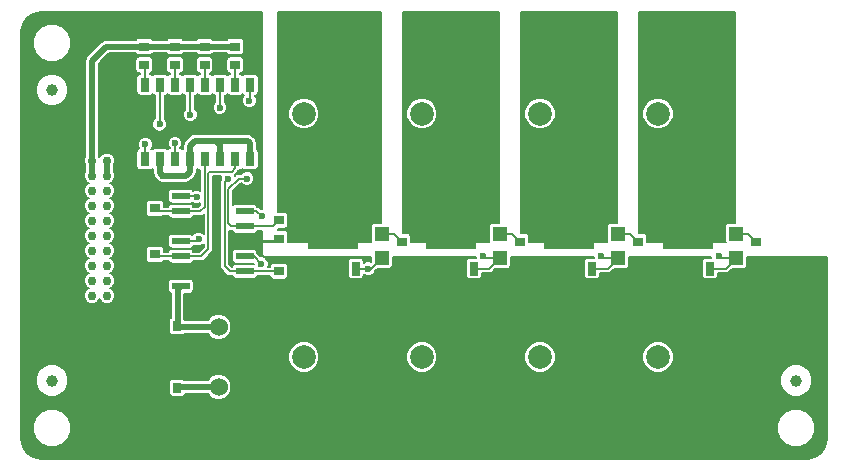
<source format=gbr>
G04 #@! TF.FileFunction,Copper,L1,Top,Signal*
%FSLAX46Y46*%
G04 Gerber Fmt 4.6, Leading zero omitted, Abs format (unit mm)*
G04 Created by KiCad (PCBNEW 4.0.6-e0-6349~53~ubuntu14.04.1) date Sun Apr  2 15:59:59 2017*
%MOMM*%
%LPD*%
G01*
G04 APERTURE LIST*
%ADD10C,0.100000*%
%ADD11R,0.700000X1.150000*%
%ADD12R,4.700000X1.550000*%
%ADD13R,4.200000X3.300000*%
%ADD14C,2.000000*%
%ADD15C,1.524000*%
%ADD16R,0.787000X0.864000*%
%ADD17R,1.200000X1.200000*%
%ADD18R,0.864000X0.787000*%
%ADD19C,0.750000*%
%ADD20R,0.800000X1.200000*%
%ADD21R,1.500000X0.600000*%
%ADD22C,1.000000*%
%ADD23C,0.600000*%
%ADD24C,0.250000*%
%ADD25C,0.500000*%
%ADD26C,0.150000*%
%ADD27C,0.200000*%
G04 APERTURE END LIST*
D10*
D11*
X159165000Y-90125000D03*
X157895000Y-90125000D03*
X160435000Y-90125000D03*
D12*
X159800000Y-84650000D03*
D13*
X159800000Y-86850000D03*
D11*
X161705000Y-90125000D03*
X149165000Y-90125000D03*
X147895000Y-90125000D03*
X150435000Y-90125000D03*
D12*
X149800000Y-84650000D03*
D13*
X149800000Y-86850000D03*
D11*
X151705000Y-90125000D03*
X139165000Y-90125000D03*
X137895000Y-90125000D03*
X140435000Y-90125000D03*
D12*
X139800000Y-84650000D03*
D13*
X139800000Y-86850000D03*
D11*
X141705000Y-90125000D03*
X129165000Y-90125000D03*
X127895000Y-90125000D03*
X130435000Y-90125000D03*
D12*
X129800000Y-84650000D03*
D13*
X129800000Y-86850000D03*
D11*
X131705000Y-90125000D03*
D14*
X162300000Y-77000000D03*
X157300000Y-77000000D03*
X127300000Y-77000000D03*
X132300000Y-77000000D03*
X152300000Y-77000000D03*
X147300000Y-77000000D03*
X142300000Y-77000000D03*
X137300000Y-77000000D03*
D15*
X120100000Y-97600000D03*
X120100000Y-100140000D03*
X120100000Y-95060000D03*
D16*
X116574500Y-100200000D03*
X115025500Y-100200000D03*
X116574500Y-95000000D03*
X115025500Y-95000000D03*
D17*
X163900000Y-87150000D03*
X163900000Y-89250000D03*
X153900000Y-87150000D03*
X153900000Y-89250000D03*
X143900000Y-87150000D03*
X143900000Y-89250000D03*
X133900000Y-87150000D03*
X133900000Y-89250000D03*
D18*
X113800000Y-72874500D03*
X113800000Y-71325500D03*
X116400000Y-72874500D03*
X116400000Y-71325500D03*
X118900000Y-72874500D03*
X118900000Y-71325500D03*
X121500000Y-72874500D03*
X121500000Y-71325500D03*
X125200000Y-90325500D03*
X125200000Y-91874500D03*
X125200000Y-86025500D03*
X125200000Y-87574500D03*
X114700000Y-85025500D03*
X114700000Y-86574500D03*
X114700000Y-88925500D03*
X114700000Y-90474500D03*
X165600000Y-87825500D03*
X165600000Y-89374500D03*
X155600000Y-87825500D03*
X155600000Y-89374500D03*
X145600000Y-87825500D03*
X145600000Y-89374500D03*
X135600000Y-87825500D03*
X135600000Y-89374500D03*
D19*
X109365000Y-80985000D03*
X110635000Y-80985000D03*
X109365000Y-92415000D03*
X109365000Y-82255000D03*
X110635000Y-82255000D03*
X109365000Y-83525000D03*
X110635000Y-83525000D03*
X109365000Y-84795000D03*
X110635000Y-84795000D03*
X109365000Y-86065000D03*
X110635000Y-86065000D03*
X109365000Y-87335000D03*
X110635000Y-87335000D03*
X109365000Y-88605000D03*
X110635000Y-88605000D03*
X109365000Y-89875000D03*
X110635000Y-89875000D03*
X109365000Y-91145000D03*
X110635000Y-91145000D03*
X110635000Y-92415000D03*
D14*
X127300000Y-97600000D03*
X132300000Y-97600000D03*
X162300000Y-97600000D03*
X157300000Y-97600000D03*
X137300000Y-97600000D03*
X142300000Y-97600000D03*
X147300000Y-97600000D03*
X152300000Y-97600000D03*
D20*
X122745000Y-74550000D03*
X121475000Y-74550000D03*
X120205000Y-74550000D03*
X118935000Y-74550000D03*
X117665000Y-74550000D03*
X116395000Y-74550000D03*
X115125000Y-74550000D03*
X113855000Y-74550000D03*
X113855000Y-80850000D03*
X115125000Y-80850000D03*
X116395000Y-80850000D03*
X117665000Y-80850000D03*
X118935000Y-80850000D03*
X120205000Y-80850000D03*
X121475000Y-80850000D03*
X122745000Y-80850000D03*
D21*
X122300000Y-91610000D03*
X122300000Y-90340000D03*
X122300000Y-89070000D03*
X122300000Y-87800000D03*
X122300000Y-86530000D03*
X122300000Y-85260000D03*
X122300000Y-83990000D03*
X116900000Y-83990000D03*
X116900000Y-85260000D03*
X116900000Y-86530000D03*
X116900000Y-87800000D03*
X116900000Y-89070000D03*
X116900000Y-90340000D03*
X116900000Y-91610000D03*
D22*
X106000000Y-99600000D03*
X169000000Y-99600000D03*
X106000000Y-75000000D03*
D23*
X160000000Y-92500000D03*
X160000000Y-93500000D03*
X160000000Y-94500000D03*
X160000000Y-95500000D03*
X161000000Y-95500000D03*
X161000000Y-94500000D03*
X161000000Y-93500000D03*
X161000000Y-92500000D03*
X162000000Y-92500000D03*
X162000000Y-93500000D03*
X162000000Y-94500000D03*
X162000000Y-95500000D03*
X150000000Y-92500000D03*
X150000000Y-93500000D03*
X150000000Y-94500000D03*
X150000000Y-95500000D03*
X151000000Y-95500000D03*
X151000000Y-94500000D03*
X151000000Y-93500000D03*
X151000000Y-92500000D03*
X152000000Y-92500000D03*
X152000000Y-93500000D03*
X152000000Y-94500000D03*
X152000000Y-95500000D03*
X140000000Y-92500000D03*
X140000000Y-93500000D03*
X140000000Y-94500000D03*
X140000000Y-95500000D03*
X141000000Y-95500000D03*
X141000000Y-94500000D03*
X141000000Y-93500000D03*
X141000000Y-92500000D03*
X142000000Y-92500000D03*
X142000000Y-93500000D03*
X142000000Y-94500000D03*
X142000000Y-95500000D03*
X130000000Y-92500000D03*
X130000000Y-93500000D03*
X130000000Y-94500000D03*
X130000000Y-95500000D03*
X131000000Y-95500000D03*
X131000000Y-94500000D03*
X131000000Y-93500000D03*
X131000000Y-92500000D03*
X132000000Y-92500000D03*
X132000000Y-93500000D03*
X132000000Y-94500000D03*
X132000000Y-95500000D03*
X162425000Y-89075000D03*
X118400000Y-87600000D03*
X152500000Y-89025000D03*
X118225000Y-84050000D03*
X142475000Y-89075000D03*
X123725000Y-85700000D03*
X132775000Y-90125000D03*
X123700000Y-89700000D03*
X122700000Y-75900000D03*
X120200000Y-76500000D03*
X117700000Y-77100000D03*
X115100000Y-77900000D03*
X115400000Y-82275000D03*
X116400000Y-79500000D03*
X122500000Y-82500000D03*
X113900000Y-79600000D03*
X120900000Y-82500000D03*
X162000000Y-83000000D03*
X162000000Y-82000000D03*
X162000000Y-81000000D03*
X162000000Y-80000000D03*
X161000000Y-80000000D03*
X161000000Y-81000000D03*
X161000000Y-82000000D03*
X161000000Y-83000000D03*
X160000000Y-83000000D03*
X160000000Y-82000000D03*
X160000000Y-81000000D03*
X160000000Y-80000000D03*
X130000000Y-80000000D03*
X130000000Y-81000000D03*
X130000000Y-82000000D03*
X130000000Y-83000000D03*
X131000000Y-83000000D03*
X131000000Y-82000000D03*
X131000000Y-81000000D03*
X131000000Y-80000000D03*
X132000000Y-80000000D03*
X132000000Y-81000000D03*
X132000000Y-82000000D03*
X132000000Y-83000000D03*
X152000000Y-83000000D03*
X152000000Y-82000000D03*
X152000000Y-81000000D03*
X152000000Y-80000000D03*
X151000000Y-80000000D03*
X151000000Y-81000000D03*
X151000000Y-82000000D03*
X151000000Y-83000000D03*
X150000000Y-83000000D03*
X150000000Y-82000000D03*
X150000000Y-81000000D03*
X150000000Y-80000000D03*
X142000000Y-83000000D03*
X142000000Y-82000000D03*
X142000000Y-81000000D03*
X142000000Y-80000000D03*
X141000000Y-80000000D03*
X141000000Y-81000000D03*
X141000000Y-82000000D03*
X141000000Y-83000000D03*
X140000000Y-83000000D03*
X140000000Y-82000000D03*
X140000000Y-81000000D03*
X140000000Y-80000000D03*
D24*
X162300000Y-97600000D02*
X162300000Y-95800000D01*
X160000000Y-94500000D02*
X160000000Y-93500000D01*
X161000000Y-95500000D02*
X160000000Y-95500000D01*
X161000000Y-93500000D02*
X161000000Y-94500000D01*
X162000000Y-92500000D02*
X161000000Y-92500000D01*
X162000000Y-94500000D02*
X162000000Y-93500000D01*
X162300000Y-95800000D02*
X162000000Y-95500000D01*
X152300000Y-97600000D02*
X152300000Y-95800000D01*
X150000000Y-94500000D02*
X150000000Y-93500000D01*
X151000000Y-95500000D02*
X150000000Y-95500000D01*
X151000000Y-93500000D02*
X151000000Y-94500000D01*
X152000000Y-92500000D02*
X151000000Y-92500000D01*
X152000000Y-94500000D02*
X152000000Y-93500000D01*
X152300000Y-95800000D02*
X152000000Y-95500000D01*
X142300000Y-97600000D02*
X142300000Y-95800000D01*
X140000000Y-94500000D02*
X140000000Y-93500000D01*
X141000000Y-95500000D02*
X140000000Y-95500000D01*
X141000000Y-93500000D02*
X141000000Y-94500000D01*
X142000000Y-92500000D02*
X141000000Y-92500000D01*
X142000000Y-94500000D02*
X142000000Y-93500000D01*
X142300000Y-95800000D02*
X142000000Y-95500000D01*
X132300000Y-97600000D02*
X132300000Y-95800000D01*
X130000000Y-94500000D02*
X130000000Y-93500000D01*
X131000000Y-95500000D02*
X130000000Y-95500000D01*
X131000000Y-93500000D02*
X131000000Y-94500000D01*
X132000000Y-92500000D02*
X131000000Y-92500000D01*
X132000000Y-94500000D02*
X132000000Y-93500000D01*
X132300000Y-95800000D02*
X132000000Y-95500000D01*
X122300000Y-87800000D02*
X124974500Y-87800000D01*
X124974500Y-87800000D02*
X125200000Y-87574500D01*
X113800000Y-71325500D02*
X116400000Y-71325500D01*
D25*
X109365000Y-82255000D02*
X109365000Y-80985000D01*
X109365000Y-80985000D02*
X109365000Y-72535000D01*
X109365000Y-72535000D02*
X110574500Y-71325500D01*
X110574500Y-71325500D02*
X116400000Y-71325500D01*
X116400000Y-71325500D02*
X118900000Y-71325500D01*
X118900000Y-71325500D02*
X121500000Y-71325500D01*
X110635000Y-80985000D02*
X110635000Y-82255000D01*
X120100000Y-100140000D02*
X116634500Y-100140000D01*
X116634500Y-100140000D02*
X116574500Y-100200000D01*
D26*
X116900000Y-87800000D02*
X118200000Y-87800000D01*
X162600000Y-89250000D02*
X163900000Y-89250000D01*
X162425000Y-89075000D02*
X162600000Y-89250000D01*
X118200000Y-87800000D02*
X118400000Y-87600000D01*
X163900000Y-89250000D02*
X163025000Y-90125000D01*
X163025000Y-90125000D02*
X161705000Y-90125000D01*
X116900000Y-83990000D02*
X118165000Y-83990000D01*
X152725000Y-89250000D02*
X153900000Y-89250000D01*
X152500000Y-89025000D02*
X152725000Y-89250000D01*
X118165000Y-83990000D02*
X118225000Y-84050000D01*
X153900000Y-89250000D02*
X153025000Y-90125000D01*
X153025000Y-90125000D02*
X151705000Y-90125000D01*
X122300000Y-85260000D02*
X123285000Y-85260000D01*
X142650000Y-89250000D02*
X143900000Y-89250000D01*
X142475000Y-89075000D02*
X142650000Y-89250000D01*
X123285000Y-85260000D02*
X123725000Y-85700000D01*
X143900000Y-89250000D02*
X143025000Y-90125000D01*
X143025000Y-90125000D02*
X141705000Y-90125000D01*
X143525000Y-88875000D02*
X143900000Y-89250000D01*
X141705000Y-89695000D02*
X141705000Y-90125000D01*
X122300000Y-89070000D02*
X123070000Y-89070000D01*
X123070000Y-89070000D02*
X123700000Y-89700000D01*
X133900000Y-89250000D02*
X133025000Y-90125000D01*
X133025000Y-90125000D02*
X132775000Y-90125000D01*
X132775000Y-90125000D02*
X131705000Y-90125000D01*
X122745000Y-75855000D02*
X122745000Y-74550000D01*
X122700000Y-75900000D02*
X122745000Y-75855000D01*
X120205000Y-76495000D02*
X120205000Y-74550000D01*
X120200000Y-76500000D02*
X120205000Y-76495000D01*
X117665000Y-77065000D02*
X117665000Y-74550000D01*
X117700000Y-77100000D02*
X117665000Y-77065000D01*
X115125000Y-77875000D02*
X115125000Y-74550000D01*
X115100000Y-77900000D02*
X115125000Y-77875000D01*
D25*
X120205000Y-80850000D02*
X120205000Y-79630000D01*
X120205000Y-79630000D02*
X119850000Y-79275000D01*
X117665000Y-80850000D02*
X117665000Y-79710000D01*
X122745000Y-79470000D02*
X122745000Y-80850000D01*
X122550000Y-79275000D02*
X122745000Y-79470000D01*
X118100000Y-79275000D02*
X119850000Y-79275000D01*
X119850000Y-79275000D02*
X122550000Y-79275000D01*
X117665000Y-79710000D02*
X118100000Y-79275000D01*
X115387500Y-82287500D02*
X115400000Y-82300000D01*
X115400000Y-82275000D02*
X115387500Y-82287500D01*
X117665000Y-80850000D02*
X117665000Y-81935000D01*
X117665000Y-81935000D02*
X117300000Y-82300000D01*
X117300000Y-82300000D02*
X115400000Y-82300000D01*
X115125000Y-82025000D02*
X115125000Y-80850000D01*
X115400000Y-82300000D02*
X115125000Y-82025000D01*
X120100000Y-95060000D02*
X116634500Y-95060000D01*
X116634500Y-95060000D02*
X116634500Y-91875500D01*
X116634500Y-91875500D02*
X116900000Y-91610000D01*
D26*
X113855000Y-74550000D02*
X113855000Y-72929500D01*
X113855000Y-72929500D02*
X113800000Y-72874500D01*
X116395000Y-74550000D02*
X116395000Y-72879500D01*
X116395000Y-72879500D02*
X116400000Y-72874500D01*
X118935000Y-74550000D02*
X118935000Y-72909500D01*
X118935000Y-72909500D02*
X118900000Y-72874500D01*
X121475000Y-74550000D02*
X121475000Y-72899500D01*
X121475000Y-72899500D02*
X121500000Y-72874500D01*
X122300000Y-86530000D02*
X121130000Y-86530000D01*
X116395000Y-79505000D02*
X116395000Y-80850000D01*
X116400000Y-79500000D02*
X116395000Y-79505000D01*
X121800000Y-82500000D02*
X122500000Y-82500000D01*
X120900000Y-83400000D02*
X121800000Y-82500000D01*
X120900000Y-86300000D02*
X120900000Y-83400000D01*
X121130000Y-86530000D02*
X120900000Y-86300000D01*
X125200000Y-86025500D02*
X124695500Y-86530000D01*
X124695500Y-86530000D02*
X122300000Y-86530000D01*
X122300000Y-90340000D02*
X121040000Y-90340000D01*
X113855000Y-79645000D02*
X113855000Y-80850000D01*
X113900000Y-79600000D02*
X113855000Y-79645000D01*
X120599998Y-82800002D02*
X120900000Y-82500000D01*
X120599998Y-89899998D02*
X120599998Y-82800002D01*
X121040000Y-90340000D02*
X120599998Y-89899998D01*
X125200000Y-90325500D02*
X125185500Y-90340000D01*
X125185500Y-90340000D02*
X122300000Y-90340000D01*
X118935000Y-80850000D02*
X118935000Y-84865000D01*
X118540000Y-85260000D02*
X116900000Y-85260000D01*
X118935000Y-84865000D02*
X118540000Y-85260000D01*
X114700000Y-85025500D02*
X114934500Y-85260000D01*
X114934500Y-85260000D02*
X116900000Y-85260000D01*
X121475000Y-80850000D02*
X121475000Y-81625000D01*
X119235002Y-82900000D02*
X119235002Y-88464998D01*
X119235002Y-88464998D02*
X118630000Y-89070000D01*
X118630000Y-89070000D02*
X116900000Y-89070000D01*
X119235002Y-82064998D02*
X119235002Y-82900000D01*
X119400000Y-81900000D02*
X119235002Y-82064998D01*
X121200000Y-81900000D02*
X119400000Y-81900000D01*
X121475000Y-81625000D02*
X121200000Y-81900000D01*
X114700000Y-88925500D02*
X114844500Y-89070000D01*
X114844500Y-89070000D02*
X116900000Y-89070000D01*
D24*
X159800000Y-86850000D02*
X159800000Y-85200000D01*
X159800000Y-85200000D02*
X162000000Y-83000000D01*
X162000000Y-82000000D02*
X162000000Y-81000000D01*
X162000000Y-80000000D02*
X161000000Y-80000000D01*
X161000000Y-81000000D02*
X161000000Y-82000000D01*
X161000000Y-83000000D02*
X160000000Y-83000000D01*
X160000000Y-82000000D02*
X160000000Y-81000000D01*
X129800000Y-84650000D02*
X130350000Y-84650000D01*
X130350000Y-84650000D02*
X132000000Y-83000000D01*
X130000000Y-82000000D02*
X130000000Y-81000000D01*
X131000000Y-83000000D02*
X130000000Y-83000000D01*
X131000000Y-81000000D02*
X131000000Y-82000000D01*
X132000000Y-80000000D02*
X131000000Y-80000000D01*
X132000000Y-82000000D02*
X132000000Y-81000000D01*
X129800000Y-84650000D02*
X130850000Y-84650000D01*
X149800000Y-86850000D02*
X149800000Y-85200000D01*
X149800000Y-85200000D02*
X152000000Y-83000000D01*
X152000000Y-82000000D02*
X152000000Y-81000000D01*
X152000000Y-80000000D02*
X151000000Y-80000000D01*
X151000000Y-81000000D02*
X151000000Y-82000000D01*
X151000000Y-83000000D02*
X150000000Y-83000000D01*
X150000000Y-82000000D02*
X150000000Y-81000000D01*
X139800000Y-84650000D02*
X140350000Y-84650000D01*
X140350000Y-84650000D02*
X142000000Y-83000000D01*
X142000000Y-82000000D02*
X142000000Y-81000000D01*
X142000000Y-80000000D02*
X141000000Y-80000000D01*
X141000000Y-81000000D02*
X141000000Y-82000000D01*
X141000000Y-83000000D02*
X140000000Y-83000000D01*
X140000000Y-82000000D02*
X140000000Y-81000000D01*
D26*
X165600000Y-87825500D02*
X164924500Y-87150000D01*
X164924500Y-87150000D02*
X163900000Y-87150000D01*
X155600000Y-87825500D02*
X154924500Y-87150000D01*
X154924500Y-87150000D02*
X153900000Y-87150000D01*
X145600000Y-87825500D02*
X144924500Y-87150000D01*
X144924500Y-87150000D02*
X143900000Y-87150000D01*
X135600000Y-87825500D02*
X134924500Y-87150000D01*
X134924500Y-87150000D02*
X133900000Y-87150000D01*
D27*
G36*
X123800000Y-85080064D02*
X123663559Y-85079945D01*
X123564307Y-84980693D01*
X123436160Y-84895068D01*
X123361248Y-84880167D01*
X123353956Y-84841415D01*
X123283872Y-84732502D01*
X123176937Y-84659436D01*
X123050000Y-84633731D01*
X121550000Y-84633731D01*
X121431415Y-84656044D01*
X121322502Y-84726128D01*
X121295000Y-84766378D01*
X121295000Y-83563614D01*
X121963614Y-82895000D01*
X122018263Y-82895000D01*
X122148339Y-83025304D01*
X122376133Y-83119893D01*
X122622785Y-83120108D01*
X122850743Y-83025917D01*
X123025304Y-82851661D01*
X123119893Y-82623867D01*
X123120108Y-82377215D01*
X123025917Y-82149257D01*
X122851661Y-81974696D01*
X122623867Y-81880107D01*
X122377215Y-81879892D01*
X122149257Y-81974083D01*
X122018111Y-82105000D01*
X121800000Y-82105000D01*
X121648840Y-82135068D01*
X121520693Y-82220693D01*
X121474515Y-82266871D01*
X121447198Y-82200761D01*
X121479307Y-82179307D01*
X121754307Y-81904307D01*
X121770477Y-81880107D01*
X121839859Y-81776269D01*
X121875000Y-81776269D01*
X121993585Y-81753956D01*
X122102498Y-81683872D01*
X122109055Y-81674276D01*
X122111128Y-81677498D01*
X122218063Y-81750564D01*
X122345000Y-81776269D01*
X123145000Y-81776269D01*
X123263585Y-81753956D01*
X123372498Y-81683872D01*
X123445564Y-81576937D01*
X123471269Y-81450000D01*
X123471269Y-80250000D01*
X123448956Y-80131415D01*
X123378872Y-80022502D01*
X123315000Y-79978860D01*
X123315000Y-79470000D01*
X123310791Y-79448840D01*
X123271612Y-79251871D01*
X123148051Y-79066949D01*
X122953051Y-78871949D01*
X122768130Y-78748389D01*
X122550000Y-78705000D01*
X118100000Y-78705000D01*
X117881870Y-78748389D01*
X117696949Y-78871949D01*
X117261949Y-79306949D01*
X117138389Y-79491870D01*
X117095000Y-79710000D01*
X117095000Y-79979129D01*
X117037502Y-80016128D01*
X117030945Y-80025724D01*
X117028872Y-80022502D01*
X116921937Y-79949436D01*
X116843308Y-79933514D01*
X116925304Y-79851661D01*
X117019893Y-79623867D01*
X117020108Y-79377215D01*
X116925917Y-79149257D01*
X116751661Y-78974696D01*
X116523867Y-78880107D01*
X116277215Y-78879892D01*
X116049257Y-78974083D01*
X115874696Y-79148339D01*
X115780107Y-79376133D01*
X115779892Y-79622785D01*
X115874083Y-79850743D01*
X115954543Y-79931343D01*
X115876415Y-79946044D01*
X115767502Y-80016128D01*
X115760945Y-80025724D01*
X115758872Y-80022502D01*
X115651937Y-79949436D01*
X115525000Y-79923731D01*
X114725000Y-79923731D01*
X114606415Y-79946044D01*
X114497502Y-80016128D01*
X114490945Y-80025724D01*
X114488872Y-80022502D01*
X114409005Y-79967931D01*
X114425304Y-79951661D01*
X114519893Y-79723867D01*
X114520108Y-79477215D01*
X114425917Y-79249257D01*
X114251661Y-79074696D01*
X114023867Y-78980107D01*
X113777215Y-78979892D01*
X113549257Y-79074083D01*
X113374696Y-79248339D01*
X113280107Y-79476133D01*
X113279892Y-79722785D01*
X113369564Y-79939807D01*
X113336415Y-79946044D01*
X113227502Y-80016128D01*
X113154436Y-80123063D01*
X113128731Y-80250000D01*
X113128731Y-81450000D01*
X113151044Y-81568585D01*
X113221128Y-81677498D01*
X113328063Y-81750564D01*
X113455000Y-81776269D01*
X114255000Y-81776269D01*
X114373585Y-81753956D01*
X114482498Y-81683872D01*
X114489055Y-81674276D01*
X114491128Y-81677498D01*
X114555000Y-81721140D01*
X114555000Y-82025000D01*
X114598389Y-82243130D01*
X114646186Y-82314663D01*
X114721949Y-82428051D01*
X114842004Y-82548106D01*
X114874083Y-82625743D01*
X115048339Y-82800304D01*
X115276133Y-82894893D01*
X115522785Y-82895108D01*
X115583551Y-82870000D01*
X117300000Y-82870000D01*
X117518130Y-82826611D01*
X117703051Y-82703051D01*
X118068051Y-82338051D01*
X118116907Y-82264932D01*
X118191611Y-82153130D01*
X118235000Y-81935000D01*
X118235000Y-81720871D01*
X118292498Y-81683872D01*
X118299055Y-81674276D01*
X118301128Y-81677498D01*
X118408063Y-81750564D01*
X118535000Y-81776269D01*
X118540000Y-81776269D01*
X118540000Y-83509473D01*
X118348867Y-83430107D01*
X118102215Y-83429892D01*
X117913156Y-83508010D01*
X117883872Y-83462502D01*
X117776937Y-83389436D01*
X117650000Y-83363731D01*
X116150000Y-83363731D01*
X116031415Y-83386044D01*
X115922502Y-83456128D01*
X115849436Y-83563063D01*
X115823731Y-83690000D01*
X115823731Y-84290000D01*
X115846044Y-84408585D01*
X115916128Y-84517498D01*
X116023063Y-84590564D01*
X116150000Y-84616269D01*
X117650000Y-84616269D01*
X117768585Y-84593956D01*
X117843705Y-84545618D01*
X117873339Y-84575304D01*
X118101133Y-84669893D01*
X118347785Y-84670108D01*
X118540000Y-84590686D01*
X118540000Y-84701386D01*
X118376386Y-84865000D01*
X117958394Y-84865000D01*
X117953956Y-84841415D01*
X117883872Y-84732502D01*
X117776937Y-84659436D01*
X117650000Y-84633731D01*
X116150000Y-84633731D01*
X116031415Y-84656044D01*
X115922502Y-84726128D01*
X115849436Y-84833063D01*
X115842969Y-84865000D01*
X115458269Y-84865000D01*
X115458269Y-84632000D01*
X115435956Y-84513415D01*
X115365872Y-84404502D01*
X115258937Y-84331436D01*
X115132000Y-84305731D01*
X114268000Y-84305731D01*
X114149415Y-84328044D01*
X114040502Y-84398128D01*
X113967436Y-84505063D01*
X113941731Y-84632000D01*
X113941731Y-85419000D01*
X113964044Y-85537585D01*
X114034128Y-85646498D01*
X114141063Y-85719564D01*
X114268000Y-85745269D01*
X115132000Y-85745269D01*
X115250585Y-85722956D01*
X115356191Y-85655000D01*
X115841606Y-85655000D01*
X115846044Y-85678585D01*
X115916128Y-85787498D01*
X116023063Y-85860564D01*
X116150000Y-85886269D01*
X117650000Y-85886269D01*
X117768585Y-85863956D01*
X117877498Y-85793872D01*
X117950564Y-85686937D01*
X117957031Y-85655000D01*
X118540000Y-85655000D01*
X118691160Y-85624932D01*
X118819307Y-85539307D01*
X118840002Y-85518612D01*
X118840002Y-87163192D01*
X118751661Y-87074696D01*
X118523867Y-86980107D01*
X118277215Y-86979892D01*
X118049257Y-87074083D01*
X117874696Y-87248339D01*
X117868908Y-87262278D01*
X117776937Y-87199436D01*
X117650000Y-87173731D01*
X116150000Y-87173731D01*
X116031415Y-87196044D01*
X115922502Y-87266128D01*
X115849436Y-87373063D01*
X115823731Y-87500000D01*
X115823731Y-88100000D01*
X115846044Y-88218585D01*
X115916128Y-88327498D01*
X116023063Y-88400564D01*
X116150000Y-88426269D01*
X117650000Y-88426269D01*
X117768585Y-88403956D01*
X117877498Y-88333872D01*
X117950564Y-88226937D01*
X117957031Y-88195000D01*
X118200000Y-88195000D01*
X118210943Y-88192823D01*
X118276133Y-88219893D01*
X118522785Y-88220108D01*
X118750743Y-88125917D01*
X118840002Y-88036814D01*
X118840002Y-88301384D01*
X118466386Y-88675000D01*
X117958394Y-88675000D01*
X117953956Y-88651415D01*
X117883872Y-88542502D01*
X117776937Y-88469436D01*
X117650000Y-88443731D01*
X116150000Y-88443731D01*
X116031415Y-88466044D01*
X115922502Y-88536128D01*
X115849436Y-88643063D01*
X115842969Y-88675000D01*
X115458269Y-88675000D01*
X115458269Y-88532000D01*
X115435956Y-88413415D01*
X115365872Y-88304502D01*
X115258937Y-88231436D01*
X115132000Y-88205731D01*
X114268000Y-88205731D01*
X114149415Y-88228044D01*
X114040502Y-88298128D01*
X113967436Y-88405063D01*
X113941731Y-88532000D01*
X113941731Y-89319000D01*
X113964044Y-89437585D01*
X114034128Y-89546498D01*
X114141063Y-89619564D01*
X114268000Y-89645269D01*
X115132000Y-89645269D01*
X115250585Y-89622956D01*
X115359498Y-89552872D01*
X115419539Y-89465000D01*
X115841606Y-89465000D01*
X115846044Y-89488585D01*
X115916128Y-89597498D01*
X116023063Y-89670564D01*
X116150000Y-89696269D01*
X117650000Y-89696269D01*
X117768585Y-89673956D01*
X117877498Y-89603872D01*
X117950564Y-89496937D01*
X117957031Y-89465000D01*
X118630000Y-89465000D01*
X118781160Y-89434932D01*
X118909307Y-89349307D01*
X119514309Y-88744305D01*
X119599934Y-88616158D01*
X119630002Y-88464998D01*
X119630002Y-82295000D01*
X120313797Y-82295000D01*
X120280107Y-82376133D01*
X120279928Y-82581701D01*
X120235066Y-82648842D01*
X120204998Y-82800002D01*
X120204998Y-89899998D01*
X120235066Y-90051158D01*
X120320691Y-90179305D01*
X120760693Y-90619307D01*
X120888840Y-90704932D01*
X121040000Y-90735000D01*
X121241606Y-90735000D01*
X121246044Y-90758585D01*
X121316128Y-90867498D01*
X121423063Y-90940564D01*
X121550000Y-90966269D01*
X123050000Y-90966269D01*
X123168585Y-90943956D01*
X123277498Y-90873872D01*
X123350564Y-90766937D01*
X123357031Y-90735000D01*
X124444742Y-90735000D01*
X124464044Y-90837585D01*
X124534128Y-90946498D01*
X124641063Y-91019564D01*
X124768000Y-91045269D01*
X125632000Y-91045269D01*
X125750585Y-91022956D01*
X125859498Y-90952872D01*
X125932564Y-90845937D01*
X125958269Y-90719000D01*
X125958269Y-89932000D01*
X125935956Y-89813415D01*
X125865872Y-89704502D01*
X125758937Y-89631436D01*
X125632000Y-89605731D01*
X124768000Y-89605731D01*
X124649415Y-89628044D01*
X124540502Y-89698128D01*
X124467436Y-89805063D01*
X124441731Y-89932000D01*
X124441731Y-89945000D01*
X124269594Y-89945000D01*
X124319893Y-89823867D01*
X124320108Y-89577215D01*
X124225917Y-89349257D01*
X124051661Y-89174696D01*
X123823867Y-89080107D01*
X123638560Y-89079945D01*
X123376269Y-88817655D01*
X123376269Y-88770000D01*
X123353956Y-88651415D01*
X123283872Y-88542502D01*
X123176937Y-88469436D01*
X123050000Y-88443731D01*
X121550000Y-88443731D01*
X121431415Y-88466044D01*
X121322502Y-88536128D01*
X121249436Y-88643063D01*
X121223731Y-88770000D01*
X121223731Y-89370000D01*
X121246044Y-89488585D01*
X121316128Y-89597498D01*
X121423063Y-89670564D01*
X121550000Y-89696269D01*
X123050000Y-89696269D01*
X123080007Y-89690623D01*
X123079982Y-89719802D01*
X123050000Y-89713731D01*
X121550000Y-89713731D01*
X121431415Y-89736044D01*
X121322502Y-89806128D01*
X121249436Y-89913063D01*
X121242969Y-89945000D01*
X121203614Y-89945000D01*
X120994998Y-89736384D01*
X120994998Y-86898146D01*
X121130000Y-86925000D01*
X121241606Y-86925000D01*
X121246044Y-86948585D01*
X121316128Y-87057498D01*
X121423063Y-87130564D01*
X121550000Y-87156269D01*
X123050000Y-87156269D01*
X123168585Y-87133956D01*
X123277498Y-87063872D01*
X123350564Y-86956937D01*
X123357031Y-86925000D01*
X123800000Y-86925000D01*
X123800000Y-89000000D01*
X123807879Y-89038906D01*
X123830273Y-89071681D01*
X123863654Y-89093161D01*
X123900000Y-89100000D01*
X132973731Y-89100000D01*
X132973731Y-89536193D01*
X132898867Y-89505107D01*
X132652215Y-89504892D01*
X132424257Y-89599083D01*
X132381269Y-89641996D01*
X132381269Y-89550000D01*
X132358956Y-89431415D01*
X132288872Y-89322502D01*
X132181937Y-89249436D01*
X132055000Y-89223731D01*
X131355000Y-89223731D01*
X131236415Y-89246044D01*
X131127502Y-89316128D01*
X131054436Y-89423063D01*
X131028731Y-89550000D01*
X131028731Y-90700000D01*
X131051044Y-90818585D01*
X131121128Y-90927498D01*
X131228063Y-91000564D01*
X131355000Y-91026269D01*
X132055000Y-91026269D01*
X132173585Y-91003956D01*
X132282498Y-90933872D01*
X132355564Y-90826937D01*
X132381269Y-90700000D01*
X132381269Y-90608160D01*
X132423339Y-90650304D01*
X132651133Y-90744893D01*
X132897785Y-90745108D01*
X133125743Y-90650917D01*
X133300304Y-90476661D01*
X133348840Y-90359774D01*
X133532345Y-90176269D01*
X134500000Y-90176269D01*
X134618585Y-90153956D01*
X134727498Y-90083872D01*
X134800564Y-89976937D01*
X134826269Y-89850000D01*
X134826269Y-89100000D01*
X141854977Y-89100000D01*
X141854892Y-89197785D01*
X141865613Y-89223731D01*
X141355000Y-89223731D01*
X141236415Y-89246044D01*
X141127502Y-89316128D01*
X141054436Y-89423063D01*
X141028731Y-89550000D01*
X141028731Y-90700000D01*
X141051044Y-90818585D01*
X141121128Y-90927498D01*
X141228063Y-91000564D01*
X141355000Y-91026269D01*
X142055000Y-91026269D01*
X142173585Y-91003956D01*
X142282498Y-90933872D01*
X142355564Y-90826937D01*
X142381269Y-90700000D01*
X142381269Y-90520000D01*
X143025000Y-90520000D01*
X143176160Y-90489932D01*
X143304307Y-90404307D01*
X143532345Y-90176269D01*
X144500000Y-90176269D01*
X144618585Y-90153956D01*
X144727498Y-90083872D01*
X144800564Y-89976937D01*
X144826269Y-89850000D01*
X144826269Y-89100000D01*
X151879934Y-89100000D01*
X151879892Y-89147785D01*
X151911272Y-89223731D01*
X151355000Y-89223731D01*
X151236415Y-89246044D01*
X151127502Y-89316128D01*
X151054436Y-89423063D01*
X151028731Y-89550000D01*
X151028731Y-90700000D01*
X151051044Y-90818585D01*
X151121128Y-90927498D01*
X151228063Y-91000564D01*
X151355000Y-91026269D01*
X152055000Y-91026269D01*
X152173585Y-91003956D01*
X152282498Y-90933872D01*
X152355564Y-90826937D01*
X152381269Y-90700000D01*
X152381269Y-90520000D01*
X153025000Y-90520000D01*
X153176160Y-90489932D01*
X153304307Y-90404307D01*
X153532345Y-90176269D01*
X154500000Y-90176269D01*
X154618585Y-90153956D01*
X154727498Y-90083872D01*
X154800564Y-89976937D01*
X154826269Y-89850000D01*
X154826269Y-89100000D01*
X161804977Y-89100000D01*
X161804892Y-89197785D01*
X161815613Y-89223731D01*
X161355000Y-89223731D01*
X161236415Y-89246044D01*
X161127502Y-89316128D01*
X161054436Y-89423063D01*
X161028731Y-89550000D01*
X161028731Y-90700000D01*
X161051044Y-90818585D01*
X161121128Y-90927498D01*
X161228063Y-91000564D01*
X161355000Y-91026269D01*
X162055000Y-91026269D01*
X162173585Y-91003956D01*
X162282498Y-90933872D01*
X162355564Y-90826937D01*
X162381269Y-90700000D01*
X162381269Y-90520000D01*
X163025000Y-90520000D01*
X163176160Y-90489932D01*
X163304307Y-90404307D01*
X163532345Y-90176269D01*
X164500000Y-90176269D01*
X164618585Y-90153956D01*
X164727498Y-90083872D01*
X164800564Y-89976937D01*
X164826269Y-89850000D01*
X164826269Y-89100000D01*
X171605000Y-89100000D01*
X171605000Y-104561097D01*
X171475677Y-105211245D01*
X171129435Y-105729435D01*
X170611245Y-106075677D01*
X169961096Y-106205000D01*
X105038903Y-106205000D01*
X104388755Y-106075677D01*
X103870565Y-105729435D01*
X103524323Y-105211245D01*
X103395000Y-104561096D01*
X103395000Y-103920824D01*
X104379719Y-103920824D01*
X104625830Y-104516458D01*
X105081145Y-104972569D01*
X105676348Y-105219718D01*
X106320824Y-105220281D01*
X106916458Y-104974170D01*
X107372569Y-104518855D01*
X107619718Y-103923652D01*
X107619720Y-103920824D01*
X167379719Y-103920824D01*
X167625830Y-104516458D01*
X168081145Y-104972569D01*
X168676348Y-105219718D01*
X169320824Y-105220281D01*
X169916458Y-104974170D01*
X170372569Y-104518855D01*
X170619718Y-103923652D01*
X170620281Y-103279176D01*
X170374170Y-102683542D01*
X169918855Y-102227431D01*
X169323652Y-101980282D01*
X168679176Y-101979719D01*
X168083542Y-102225830D01*
X167627431Y-102681145D01*
X167380282Y-103276348D01*
X167379719Y-103920824D01*
X107619720Y-103920824D01*
X107620281Y-103279176D01*
X107374170Y-102683542D01*
X106918855Y-102227431D01*
X106323652Y-101980282D01*
X105679176Y-101979719D01*
X105083542Y-102225830D01*
X104627431Y-102681145D01*
X104380282Y-103276348D01*
X104379719Y-103920824D01*
X103395000Y-103920824D01*
X103395000Y-99871314D01*
X104629763Y-99871314D01*
X104837893Y-100375029D01*
X105222944Y-100760752D01*
X105726295Y-100969762D01*
X106271314Y-100970237D01*
X106775029Y-100762107D01*
X107160752Y-100377056D01*
X107369762Y-99873705D01*
X107369854Y-99768000D01*
X115854731Y-99768000D01*
X115854731Y-100632000D01*
X115877044Y-100750585D01*
X115947128Y-100859498D01*
X116054063Y-100932564D01*
X116181000Y-100958269D01*
X116968000Y-100958269D01*
X117086585Y-100935956D01*
X117195498Y-100865872D01*
X117268564Y-100758937D01*
X117278474Y-100710000D01*
X119164793Y-100710000D01*
X119182190Y-100752103D01*
X119486296Y-101056740D01*
X119883833Y-101221812D01*
X120314279Y-101222188D01*
X120712103Y-101057810D01*
X121016740Y-100753704D01*
X121181812Y-100356167D01*
X121182188Y-99925721D01*
X121159708Y-99871314D01*
X167629763Y-99871314D01*
X167837893Y-100375029D01*
X168222944Y-100760752D01*
X168726295Y-100969762D01*
X169271314Y-100970237D01*
X169775029Y-100762107D01*
X170160752Y-100377056D01*
X170369762Y-99873705D01*
X170370237Y-99328686D01*
X170162107Y-98824971D01*
X169777056Y-98439248D01*
X169273705Y-98230238D01*
X168728686Y-98229763D01*
X168224971Y-98437893D01*
X167839248Y-98822944D01*
X167630238Y-99326295D01*
X167629763Y-99871314D01*
X121159708Y-99871314D01*
X121017810Y-99527897D01*
X120713704Y-99223260D01*
X120316167Y-99058188D01*
X119885721Y-99057812D01*
X119487897Y-99222190D01*
X119183260Y-99526296D01*
X119165112Y-99570000D01*
X117220854Y-99570000D01*
X117201872Y-99540502D01*
X117094937Y-99467436D01*
X116968000Y-99441731D01*
X116181000Y-99441731D01*
X116062415Y-99464044D01*
X115953502Y-99534128D01*
X115880436Y-99641063D01*
X115854731Y-99768000D01*
X107369854Y-99768000D01*
X107370237Y-99328686D01*
X107162107Y-98824971D01*
X106777056Y-98439248D01*
X106273705Y-98230238D01*
X105728686Y-98229763D01*
X105224971Y-98437893D01*
X104839248Y-98822944D01*
X104630238Y-99326295D01*
X104629763Y-99871314D01*
X103395000Y-99871314D01*
X103395000Y-97861412D01*
X125979772Y-97861412D01*
X126180306Y-98346743D01*
X126551304Y-98718389D01*
X127036284Y-98919770D01*
X127561412Y-98920228D01*
X128046743Y-98719694D01*
X128418389Y-98348696D01*
X128619770Y-97863716D01*
X128619772Y-97861412D01*
X135979772Y-97861412D01*
X136180306Y-98346743D01*
X136551304Y-98718389D01*
X137036284Y-98919770D01*
X137561412Y-98920228D01*
X138046743Y-98719694D01*
X138418389Y-98348696D01*
X138619770Y-97863716D01*
X138619772Y-97861412D01*
X145979772Y-97861412D01*
X146180306Y-98346743D01*
X146551304Y-98718389D01*
X147036284Y-98919770D01*
X147561412Y-98920228D01*
X148046743Y-98719694D01*
X148418389Y-98348696D01*
X148619770Y-97863716D01*
X148619772Y-97861412D01*
X155979772Y-97861412D01*
X156180306Y-98346743D01*
X156551304Y-98718389D01*
X157036284Y-98919770D01*
X157561412Y-98920228D01*
X158046743Y-98719694D01*
X158418389Y-98348696D01*
X158619770Y-97863716D01*
X158620228Y-97338588D01*
X158419694Y-96853257D01*
X158048696Y-96481611D01*
X157563716Y-96280230D01*
X157038588Y-96279772D01*
X156553257Y-96480306D01*
X156181611Y-96851304D01*
X155980230Y-97336284D01*
X155979772Y-97861412D01*
X148619772Y-97861412D01*
X148620228Y-97338588D01*
X148419694Y-96853257D01*
X148048696Y-96481611D01*
X147563716Y-96280230D01*
X147038588Y-96279772D01*
X146553257Y-96480306D01*
X146181611Y-96851304D01*
X145980230Y-97336284D01*
X145979772Y-97861412D01*
X138619772Y-97861412D01*
X138620228Y-97338588D01*
X138419694Y-96853257D01*
X138048696Y-96481611D01*
X137563716Y-96280230D01*
X137038588Y-96279772D01*
X136553257Y-96480306D01*
X136181611Y-96851304D01*
X135980230Y-97336284D01*
X135979772Y-97861412D01*
X128619772Y-97861412D01*
X128620228Y-97338588D01*
X128419694Y-96853257D01*
X128048696Y-96481611D01*
X127563716Y-96280230D01*
X127038588Y-96279772D01*
X126553257Y-96480306D01*
X126181611Y-96851304D01*
X125980230Y-97336284D01*
X125979772Y-97861412D01*
X103395000Y-97861412D01*
X103395000Y-81122638D01*
X108669879Y-81122638D01*
X108775464Y-81378172D01*
X108795000Y-81397742D01*
X108795000Y-81841984D01*
X108776151Y-81860800D01*
X108670121Y-82116149D01*
X108669879Y-82392638D01*
X108775464Y-82648172D01*
X108970800Y-82843849D01*
X109081902Y-82889982D01*
X108971828Y-82935464D01*
X108776151Y-83130800D01*
X108670121Y-83386149D01*
X108669879Y-83662638D01*
X108775464Y-83918172D01*
X108970800Y-84113849D01*
X109081902Y-84159982D01*
X108971828Y-84205464D01*
X108776151Y-84400800D01*
X108670121Y-84656149D01*
X108669879Y-84932638D01*
X108775464Y-85188172D01*
X108970800Y-85383849D01*
X109081902Y-85429982D01*
X108971828Y-85475464D01*
X108776151Y-85670800D01*
X108670121Y-85926149D01*
X108669879Y-86202638D01*
X108775464Y-86458172D01*
X108970800Y-86653849D01*
X109081902Y-86699982D01*
X108971828Y-86745464D01*
X108776151Y-86940800D01*
X108670121Y-87196149D01*
X108669879Y-87472638D01*
X108775464Y-87728172D01*
X108970800Y-87923849D01*
X109081902Y-87969982D01*
X108971828Y-88015464D01*
X108776151Y-88210800D01*
X108670121Y-88466149D01*
X108669879Y-88742638D01*
X108775464Y-88998172D01*
X108970800Y-89193849D01*
X109081902Y-89239982D01*
X108971828Y-89285464D01*
X108776151Y-89480800D01*
X108670121Y-89736149D01*
X108669879Y-90012638D01*
X108775464Y-90268172D01*
X108970800Y-90463849D01*
X109081902Y-90509982D01*
X108971828Y-90555464D01*
X108776151Y-90750800D01*
X108670121Y-91006149D01*
X108669879Y-91282638D01*
X108775464Y-91538172D01*
X108970800Y-91733849D01*
X109081902Y-91779982D01*
X108971828Y-91825464D01*
X108776151Y-92020800D01*
X108670121Y-92276149D01*
X108669879Y-92552638D01*
X108775464Y-92808172D01*
X108970800Y-93003849D01*
X109226149Y-93109879D01*
X109502638Y-93110121D01*
X109758172Y-93004536D01*
X109953849Y-92809200D01*
X109999982Y-92698098D01*
X110045464Y-92808172D01*
X110240800Y-93003849D01*
X110496149Y-93109879D01*
X110772638Y-93110121D01*
X111028172Y-93004536D01*
X111223849Y-92809200D01*
X111329879Y-92553851D01*
X111330121Y-92277362D01*
X111224536Y-92021828D01*
X111029200Y-91826151D01*
X110918098Y-91780018D01*
X111028172Y-91734536D01*
X111223849Y-91539200D01*
X111319021Y-91310000D01*
X115823731Y-91310000D01*
X115823731Y-91910000D01*
X115846044Y-92028585D01*
X115916128Y-92137498D01*
X116023063Y-92210564D01*
X116064500Y-92218955D01*
X116064500Y-94263652D01*
X116062415Y-94264044D01*
X115953502Y-94334128D01*
X115880436Y-94441063D01*
X115854731Y-94568000D01*
X115854731Y-95432000D01*
X115877044Y-95550585D01*
X115947128Y-95659498D01*
X116054063Y-95732564D01*
X116181000Y-95758269D01*
X116968000Y-95758269D01*
X117086585Y-95735956D01*
X117195498Y-95665872D01*
X117220008Y-95630000D01*
X119164793Y-95630000D01*
X119182190Y-95672103D01*
X119486296Y-95976740D01*
X119883833Y-96141812D01*
X120314279Y-96142188D01*
X120712103Y-95977810D01*
X121016740Y-95673704D01*
X121181812Y-95276167D01*
X121182188Y-94845721D01*
X121017810Y-94447897D01*
X120713704Y-94143260D01*
X120316167Y-93978188D01*
X119885721Y-93977812D01*
X119487897Y-94142190D01*
X119183260Y-94446296D01*
X119165112Y-94490000D01*
X117279592Y-94490000D01*
X117271956Y-94449415D01*
X117204500Y-94344586D01*
X117204500Y-92236269D01*
X117650000Y-92236269D01*
X117768585Y-92213956D01*
X117877498Y-92143872D01*
X117950564Y-92036937D01*
X117976269Y-91910000D01*
X117976269Y-91310000D01*
X117953956Y-91191415D01*
X117883872Y-91082502D01*
X117776937Y-91009436D01*
X117650000Y-90983731D01*
X116150000Y-90983731D01*
X116031415Y-91006044D01*
X115922502Y-91076128D01*
X115849436Y-91183063D01*
X115823731Y-91310000D01*
X111319021Y-91310000D01*
X111329879Y-91283851D01*
X111330121Y-91007362D01*
X111224536Y-90751828D01*
X111029200Y-90556151D01*
X110918098Y-90510018D01*
X111028172Y-90464536D01*
X111223849Y-90269200D01*
X111329879Y-90013851D01*
X111330121Y-89737362D01*
X111224536Y-89481828D01*
X111029200Y-89286151D01*
X110918098Y-89240018D01*
X111028172Y-89194536D01*
X111223849Y-88999200D01*
X111329879Y-88743851D01*
X111330121Y-88467362D01*
X111224536Y-88211828D01*
X111029200Y-88016151D01*
X110918098Y-87970018D01*
X111028172Y-87924536D01*
X111223849Y-87729200D01*
X111329879Y-87473851D01*
X111330121Y-87197362D01*
X111224536Y-86941828D01*
X111029200Y-86746151D01*
X110918098Y-86700018D01*
X111028172Y-86654536D01*
X111223849Y-86459200D01*
X111329879Y-86203851D01*
X111330121Y-85927362D01*
X111224536Y-85671828D01*
X111029200Y-85476151D01*
X110918098Y-85430018D01*
X111028172Y-85384536D01*
X111223849Y-85189200D01*
X111329879Y-84933851D01*
X111330121Y-84657362D01*
X111224536Y-84401828D01*
X111029200Y-84206151D01*
X110918098Y-84160018D01*
X111028172Y-84114536D01*
X111223849Y-83919200D01*
X111329879Y-83663851D01*
X111330121Y-83387362D01*
X111224536Y-83131828D01*
X111029200Y-82936151D01*
X110918098Y-82890018D01*
X111028172Y-82844536D01*
X111223849Y-82649200D01*
X111329879Y-82393851D01*
X111330121Y-82117362D01*
X111224536Y-81861828D01*
X111205000Y-81842258D01*
X111205000Y-81398016D01*
X111223849Y-81379200D01*
X111329879Y-81123851D01*
X111330121Y-80847362D01*
X111224536Y-80591828D01*
X111029200Y-80396151D01*
X110773851Y-80290121D01*
X110497362Y-80289879D01*
X110241828Y-80395464D01*
X110046151Y-80590800D01*
X110000018Y-80701902D01*
X109954536Y-80591828D01*
X109935000Y-80572258D01*
X109935000Y-72771102D01*
X110225102Y-72481000D01*
X113041731Y-72481000D01*
X113041731Y-73268000D01*
X113064044Y-73386585D01*
X113134128Y-73495498D01*
X113241063Y-73568564D01*
X113368000Y-73594269D01*
X113460000Y-73594269D01*
X113460000Y-73623731D01*
X113455000Y-73623731D01*
X113336415Y-73646044D01*
X113227502Y-73716128D01*
X113154436Y-73823063D01*
X113128731Y-73950000D01*
X113128731Y-75150000D01*
X113151044Y-75268585D01*
X113221128Y-75377498D01*
X113328063Y-75450564D01*
X113455000Y-75476269D01*
X114255000Y-75476269D01*
X114373585Y-75453956D01*
X114482498Y-75383872D01*
X114489055Y-75374276D01*
X114491128Y-75377498D01*
X114598063Y-75450564D01*
X114725000Y-75476269D01*
X114730000Y-75476269D01*
X114730000Y-77393306D01*
X114574696Y-77548339D01*
X114480107Y-77776133D01*
X114479892Y-78022785D01*
X114574083Y-78250743D01*
X114748339Y-78425304D01*
X114976133Y-78519893D01*
X115222785Y-78520108D01*
X115450743Y-78425917D01*
X115625304Y-78251661D01*
X115719893Y-78023867D01*
X115720108Y-77777215D01*
X115625917Y-77549257D01*
X115520000Y-77443155D01*
X115520000Y-75476269D01*
X115525000Y-75476269D01*
X115643585Y-75453956D01*
X115752498Y-75383872D01*
X115759055Y-75374276D01*
X115761128Y-75377498D01*
X115868063Y-75450564D01*
X115995000Y-75476269D01*
X116795000Y-75476269D01*
X116913585Y-75453956D01*
X117022498Y-75383872D01*
X117029055Y-75374276D01*
X117031128Y-75377498D01*
X117138063Y-75450564D01*
X117265000Y-75476269D01*
X117270000Y-75476269D01*
X117270000Y-76653202D01*
X117174696Y-76748339D01*
X117080107Y-76976133D01*
X117079892Y-77222785D01*
X117174083Y-77450743D01*
X117348339Y-77625304D01*
X117576133Y-77719893D01*
X117822785Y-77720108D01*
X118050743Y-77625917D01*
X118225304Y-77451661D01*
X118319893Y-77223867D01*
X118320108Y-76977215D01*
X118225917Y-76749257D01*
X118060000Y-76583050D01*
X118060000Y-75476269D01*
X118065000Y-75476269D01*
X118183585Y-75453956D01*
X118292498Y-75383872D01*
X118299055Y-75374276D01*
X118301128Y-75377498D01*
X118408063Y-75450564D01*
X118535000Y-75476269D01*
X119335000Y-75476269D01*
X119453585Y-75453956D01*
X119562498Y-75383872D01*
X119569055Y-75374276D01*
X119571128Y-75377498D01*
X119678063Y-75450564D01*
X119805000Y-75476269D01*
X119810000Y-75476269D01*
X119810000Y-76013271D01*
X119674696Y-76148339D01*
X119580107Y-76376133D01*
X119579892Y-76622785D01*
X119674083Y-76850743D01*
X119848339Y-77025304D01*
X120076133Y-77119893D01*
X120322785Y-77120108D01*
X120550743Y-77025917D01*
X120725304Y-76851661D01*
X120819893Y-76623867D01*
X120820108Y-76377215D01*
X120725917Y-76149257D01*
X120600000Y-76023120D01*
X120600000Y-75476269D01*
X120605000Y-75476269D01*
X120723585Y-75453956D01*
X120832498Y-75383872D01*
X120839055Y-75374276D01*
X120841128Y-75377498D01*
X120948063Y-75450564D01*
X121075000Y-75476269D01*
X121875000Y-75476269D01*
X121993585Y-75453956D01*
X122102498Y-75383872D01*
X122109055Y-75374276D01*
X122111128Y-75377498D01*
X122218063Y-75450564D01*
X122263438Y-75459752D01*
X122174696Y-75548339D01*
X122080107Y-75776133D01*
X122079892Y-76022785D01*
X122174083Y-76250743D01*
X122348339Y-76425304D01*
X122576133Y-76519893D01*
X122822785Y-76520108D01*
X123050743Y-76425917D01*
X123225304Y-76251661D01*
X123319893Y-76023867D01*
X123320108Y-75777215D01*
X123225917Y-75549257D01*
X123151783Y-75474993D01*
X123263585Y-75453956D01*
X123372498Y-75383872D01*
X123445564Y-75276937D01*
X123471269Y-75150000D01*
X123471269Y-73950000D01*
X123448956Y-73831415D01*
X123378872Y-73722502D01*
X123271937Y-73649436D01*
X123145000Y-73623731D01*
X122345000Y-73623731D01*
X122226415Y-73646044D01*
X122117502Y-73716128D01*
X122110945Y-73725724D01*
X122108872Y-73722502D01*
X122001937Y-73649436D01*
X121875000Y-73623731D01*
X121870000Y-73623731D01*
X121870000Y-73594269D01*
X121932000Y-73594269D01*
X122050585Y-73571956D01*
X122159498Y-73501872D01*
X122232564Y-73394937D01*
X122258269Y-73268000D01*
X122258269Y-72481000D01*
X122235956Y-72362415D01*
X122165872Y-72253502D01*
X122058937Y-72180436D01*
X121932000Y-72154731D01*
X121068000Y-72154731D01*
X120949415Y-72177044D01*
X120840502Y-72247128D01*
X120767436Y-72354063D01*
X120741731Y-72481000D01*
X120741731Y-73268000D01*
X120764044Y-73386585D01*
X120834128Y-73495498D01*
X120941063Y-73568564D01*
X121068000Y-73594269D01*
X121080000Y-73594269D01*
X121080000Y-73623731D01*
X121075000Y-73623731D01*
X120956415Y-73646044D01*
X120847502Y-73716128D01*
X120840945Y-73725724D01*
X120838872Y-73722502D01*
X120731937Y-73649436D01*
X120605000Y-73623731D01*
X119805000Y-73623731D01*
X119686415Y-73646044D01*
X119577502Y-73716128D01*
X119570945Y-73725724D01*
X119568872Y-73722502D01*
X119461937Y-73649436D01*
X119335000Y-73623731D01*
X119330000Y-73623731D01*
X119330000Y-73594269D01*
X119332000Y-73594269D01*
X119450585Y-73571956D01*
X119559498Y-73501872D01*
X119632564Y-73394937D01*
X119658269Y-73268000D01*
X119658269Y-72481000D01*
X119635956Y-72362415D01*
X119565872Y-72253502D01*
X119458937Y-72180436D01*
X119332000Y-72154731D01*
X118468000Y-72154731D01*
X118349415Y-72177044D01*
X118240502Y-72247128D01*
X118167436Y-72354063D01*
X118141731Y-72481000D01*
X118141731Y-73268000D01*
X118164044Y-73386585D01*
X118234128Y-73495498D01*
X118341063Y-73568564D01*
X118468000Y-73594269D01*
X118540000Y-73594269D01*
X118540000Y-73623731D01*
X118535000Y-73623731D01*
X118416415Y-73646044D01*
X118307502Y-73716128D01*
X118300945Y-73725724D01*
X118298872Y-73722502D01*
X118191937Y-73649436D01*
X118065000Y-73623731D01*
X117265000Y-73623731D01*
X117146415Y-73646044D01*
X117037502Y-73716128D01*
X117030945Y-73725724D01*
X117028872Y-73722502D01*
X116921937Y-73649436D01*
X116795000Y-73623731D01*
X116790000Y-73623731D01*
X116790000Y-73594269D01*
X116832000Y-73594269D01*
X116950585Y-73571956D01*
X117059498Y-73501872D01*
X117132564Y-73394937D01*
X117158269Y-73268000D01*
X117158269Y-72481000D01*
X117135956Y-72362415D01*
X117065872Y-72253502D01*
X116958937Y-72180436D01*
X116832000Y-72154731D01*
X115968000Y-72154731D01*
X115849415Y-72177044D01*
X115740502Y-72247128D01*
X115667436Y-72354063D01*
X115641731Y-72481000D01*
X115641731Y-73268000D01*
X115664044Y-73386585D01*
X115734128Y-73495498D01*
X115841063Y-73568564D01*
X115968000Y-73594269D01*
X116000000Y-73594269D01*
X116000000Y-73623731D01*
X115995000Y-73623731D01*
X115876415Y-73646044D01*
X115767502Y-73716128D01*
X115760945Y-73725724D01*
X115758872Y-73722502D01*
X115651937Y-73649436D01*
X115525000Y-73623731D01*
X114725000Y-73623731D01*
X114606415Y-73646044D01*
X114497502Y-73716128D01*
X114490945Y-73725724D01*
X114488872Y-73722502D01*
X114381937Y-73649436D01*
X114255000Y-73623731D01*
X114250000Y-73623731D01*
X114250000Y-73590882D01*
X114350585Y-73571956D01*
X114459498Y-73501872D01*
X114532564Y-73394937D01*
X114558269Y-73268000D01*
X114558269Y-72481000D01*
X114535956Y-72362415D01*
X114465872Y-72253502D01*
X114358937Y-72180436D01*
X114232000Y-72154731D01*
X113368000Y-72154731D01*
X113249415Y-72177044D01*
X113140502Y-72247128D01*
X113067436Y-72354063D01*
X113041731Y-72481000D01*
X110225102Y-72481000D01*
X110810602Y-71895500D01*
X113101311Y-71895500D01*
X113134128Y-71946498D01*
X113241063Y-72019564D01*
X113368000Y-72045269D01*
X114232000Y-72045269D01*
X114350585Y-72022956D01*
X114459498Y-71952872D01*
X114498699Y-71895500D01*
X115701311Y-71895500D01*
X115734128Y-71946498D01*
X115841063Y-72019564D01*
X115968000Y-72045269D01*
X116832000Y-72045269D01*
X116950585Y-72022956D01*
X117059498Y-71952872D01*
X117098699Y-71895500D01*
X118201311Y-71895500D01*
X118234128Y-71946498D01*
X118341063Y-72019564D01*
X118468000Y-72045269D01*
X119332000Y-72045269D01*
X119450585Y-72022956D01*
X119559498Y-71952872D01*
X119598699Y-71895500D01*
X120801311Y-71895500D01*
X120834128Y-71946498D01*
X120941063Y-72019564D01*
X121068000Y-72045269D01*
X121932000Y-72045269D01*
X122050585Y-72022956D01*
X122159498Y-71952872D01*
X122232564Y-71845937D01*
X122258269Y-71719000D01*
X122258269Y-70932000D01*
X122235956Y-70813415D01*
X122165872Y-70704502D01*
X122058937Y-70631436D01*
X121932000Y-70605731D01*
X121068000Y-70605731D01*
X120949415Y-70628044D01*
X120840502Y-70698128D01*
X120801301Y-70755500D01*
X119598689Y-70755500D01*
X119565872Y-70704502D01*
X119458937Y-70631436D01*
X119332000Y-70605731D01*
X118468000Y-70605731D01*
X118349415Y-70628044D01*
X118240502Y-70698128D01*
X118201301Y-70755500D01*
X117098689Y-70755500D01*
X117065872Y-70704502D01*
X116958937Y-70631436D01*
X116832000Y-70605731D01*
X115968000Y-70605731D01*
X115849415Y-70628044D01*
X115740502Y-70698128D01*
X115701301Y-70755500D01*
X114498689Y-70755500D01*
X114465872Y-70704502D01*
X114358937Y-70631436D01*
X114232000Y-70605731D01*
X113368000Y-70605731D01*
X113249415Y-70628044D01*
X113140502Y-70698128D01*
X113101301Y-70755500D01*
X110574500Y-70755500D01*
X110356370Y-70798889D01*
X110183534Y-70914374D01*
X110171449Y-70922449D01*
X108961949Y-72131949D01*
X108838389Y-72316870D01*
X108795000Y-72535000D01*
X108795000Y-80571984D01*
X108776151Y-80590800D01*
X108670121Y-80846149D01*
X108669879Y-81122638D01*
X103395000Y-81122638D01*
X103395000Y-75271314D01*
X104629763Y-75271314D01*
X104837893Y-75775029D01*
X105222944Y-76160752D01*
X105726295Y-76369762D01*
X106271314Y-76370237D01*
X106775029Y-76162107D01*
X107160752Y-75777056D01*
X107369762Y-75273705D01*
X107370237Y-74728686D01*
X107162107Y-74224971D01*
X106777056Y-73839248D01*
X106273705Y-73630238D01*
X105728686Y-73629763D01*
X105224971Y-73837893D01*
X104839248Y-74222944D01*
X104630238Y-74726295D01*
X104629763Y-75271314D01*
X103395000Y-75271314D01*
X103395000Y-71320824D01*
X104379719Y-71320824D01*
X104625830Y-71916458D01*
X105081145Y-72372569D01*
X105676348Y-72619718D01*
X106320824Y-72620281D01*
X106916458Y-72374170D01*
X107372569Y-71918855D01*
X107619718Y-71323652D01*
X107620281Y-70679176D01*
X107374170Y-70083542D01*
X106918855Y-69627431D01*
X106323652Y-69380282D01*
X105679176Y-69379719D01*
X105083542Y-69625830D01*
X104627431Y-70081145D01*
X104380282Y-70676348D01*
X104379719Y-71320824D01*
X103395000Y-71320824D01*
X103395000Y-70038904D01*
X103524323Y-69388755D01*
X103870565Y-68870565D01*
X104388755Y-68524323D01*
X105038903Y-68395000D01*
X123800000Y-68395000D01*
X123800000Y-85080064D01*
X123800000Y-85080064D01*
G37*
X123800000Y-85080064D02*
X123663559Y-85079945D01*
X123564307Y-84980693D01*
X123436160Y-84895068D01*
X123361248Y-84880167D01*
X123353956Y-84841415D01*
X123283872Y-84732502D01*
X123176937Y-84659436D01*
X123050000Y-84633731D01*
X121550000Y-84633731D01*
X121431415Y-84656044D01*
X121322502Y-84726128D01*
X121295000Y-84766378D01*
X121295000Y-83563614D01*
X121963614Y-82895000D01*
X122018263Y-82895000D01*
X122148339Y-83025304D01*
X122376133Y-83119893D01*
X122622785Y-83120108D01*
X122850743Y-83025917D01*
X123025304Y-82851661D01*
X123119893Y-82623867D01*
X123120108Y-82377215D01*
X123025917Y-82149257D01*
X122851661Y-81974696D01*
X122623867Y-81880107D01*
X122377215Y-81879892D01*
X122149257Y-81974083D01*
X122018111Y-82105000D01*
X121800000Y-82105000D01*
X121648840Y-82135068D01*
X121520693Y-82220693D01*
X121474515Y-82266871D01*
X121447198Y-82200761D01*
X121479307Y-82179307D01*
X121754307Y-81904307D01*
X121770477Y-81880107D01*
X121839859Y-81776269D01*
X121875000Y-81776269D01*
X121993585Y-81753956D01*
X122102498Y-81683872D01*
X122109055Y-81674276D01*
X122111128Y-81677498D01*
X122218063Y-81750564D01*
X122345000Y-81776269D01*
X123145000Y-81776269D01*
X123263585Y-81753956D01*
X123372498Y-81683872D01*
X123445564Y-81576937D01*
X123471269Y-81450000D01*
X123471269Y-80250000D01*
X123448956Y-80131415D01*
X123378872Y-80022502D01*
X123315000Y-79978860D01*
X123315000Y-79470000D01*
X123310791Y-79448840D01*
X123271612Y-79251871D01*
X123148051Y-79066949D01*
X122953051Y-78871949D01*
X122768130Y-78748389D01*
X122550000Y-78705000D01*
X118100000Y-78705000D01*
X117881870Y-78748389D01*
X117696949Y-78871949D01*
X117261949Y-79306949D01*
X117138389Y-79491870D01*
X117095000Y-79710000D01*
X117095000Y-79979129D01*
X117037502Y-80016128D01*
X117030945Y-80025724D01*
X117028872Y-80022502D01*
X116921937Y-79949436D01*
X116843308Y-79933514D01*
X116925304Y-79851661D01*
X117019893Y-79623867D01*
X117020108Y-79377215D01*
X116925917Y-79149257D01*
X116751661Y-78974696D01*
X116523867Y-78880107D01*
X116277215Y-78879892D01*
X116049257Y-78974083D01*
X115874696Y-79148339D01*
X115780107Y-79376133D01*
X115779892Y-79622785D01*
X115874083Y-79850743D01*
X115954543Y-79931343D01*
X115876415Y-79946044D01*
X115767502Y-80016128D01*
X115760945Y-80025724D01*
X115758872Y-80022502D01*
X115651937Y-79949436D01*
X115525000Y-79923731D01*
X114725000Y-79923731D01*
X114606415Y-79946044D01*
X114497502Y-80016128D01*
X114490945Y-80025724D01*
X114488872Y-80022502D01*
X114409005Y-79967931D01*
X114425304Y-79951661D01*
X114519893Y-79723867D01*
X114520108Y-79477215D01*
X114425917Y-79249257D01*
X114251661Y-79074696D01*
X114023867Y-78980107D01*
X113777215Y-78979892D01*
X113549257Y-79074083D01*
X113374696Y-79248339D01*
X113280107Y-79476133D01*
X113279892Y-79722785D01*
X113369564Y-79939807D01*
X113336415Y-79946044D01*
X113227502Y-80016128D01*
X113154436Y-80123063D01*
X113128731Y-80250000D01*
X113128731Y-81450000D01*
X113151044Y-81568585D01*
X113221128Y-81677498D01*
X113328063Y-81750564D01*
X113455000Y-81776269D01*
X114255000Y-81776269D01*
X114373585Y-81753956D01*
X114482498Y-81683872D01*
X114489055Y-81674276D01*
X114491128Y-81677498D01*
X114555000Y-81721140D01*
X114555000Y-82025000D01*
X114598389Y-82243130D01*
X114646186Y-82314663D01*
X114721949Y-82428051D01*
X114842004Y-82548106D01*
X114874083Y-82625743D01*
X115048339Y-82800304D01*
X115276133Y-82894893D01*
X115522785Y-82895108D01*
X115583551Y-82870000D01*
X117300000Y-82870000D01*
X117518130Y-82826611D01*
X117703051Y-82703051D01*
X118068051Y-82338051D01*
X118116907Y-82264932D01*
X118191611Y-82153130D01*
X118235000Y-81935000D01*
X118235000Y-81720871D01*
X118292498Y-81683872D01*
X118299055Y-81674276D01*
X118301128Y-81677498D01*
X118408063Y-81750564D01*
X118535000Y-81776269D01*
X118540000Y-81776269D01*
X118540000Y-83509473D01*
X118348867Y-83430107D01*
X118102215Y-83429892D01*
X117913156Y-83508010D01*
X117883872Y-83462502D01*
X117776937Y-83389436D01*
X117650000Y-83363731D01*
X116150000Y-83363731D01*
X116031415Y-83386044D01*
X115922502Y-83456128D01*
X115849436Y-83563063D01*
X115823731Y-83690000D01*
X115823731Y-84290000D01*
X115846044Y-84408585D01*
X115916128Y-84517498D01*
X116023063Y-84590564D01*
X116150000Y-84616269D01*
X117650000Y-84616269D01*
X117768585Y-84593956D01*
X117843705Y-84545618D01*
X117873339Y-84575304D01*
X118101133Y-84669893D01*
X118347785Y-84670108D01*
X118540000Y-84590686D01*
X118540000Y-84701386D01*
X118376386Y-84865000D01*
X117958394Y-84865000D01*
X117953956Y-84841415D01*
X117883872Y-84732502D01*
X117776937Y-84659436D01*
X117650000Y-84633731D01*
X116150000Y-84633731D01*
X116031415Y-84656044D01*
X115922502Y-84726128D01*
X115849436Y-84833063D01*
X115842969Y-84865000D01*
X115458269Y-84865000D01*
X115458269Y-84632000D01*
X115435956Y-84513415D01*
X115365872Y-84404502D01*
X115258937Y-84331436D01*
X115132000Y-84305731D01*
X114268000Y-84305731D01*
X114149415Y-84328044D01*
X114040502Y-84398128D01*
X113967436Y-84505063D01*
X113941731Y-84632000D01*
X113941731Y-85419000D01*
X113964044Y-85537585D01*
X114034128Y-85646498D01*
X114141063Y-85719564D01*
X114268000Y-85745269D01*
X115132000Y-85745269D01*
X115250585Y-85722956D01*
X115356191Y-85655000D01*
X115841606Y-85655000D01*
X115846044Y-85678585D01*
X115916128Y-85787498D01*
X116023063Y-85860564D01*
X116150000Y-85886269D01*
X117650000Y-85886269D01*
X117768585Y-85863956D01*
X117877498Y-85793872D01*
X117950564Y-85686937D01*
X117957031Y-85655000D01*
X118540000Y-85655000D01*
X118691160Y-85624932D01*
X118819307Y-85539307D01*
X118840002Y-85518612D01*
X118840002Y-87163192D01*
X118751661Y-87074696D01*
X118523867Y-86980107D01*
X118277215Y-86979892D01*
X118049257Y-87074083D01*
X117874696Y-87248339D01*
X117868908Y-87262278D01*
X117776937Y-87199436D01*
X117650000Y-87173731D01*
X116150000Y-87173731D01*
X116031415Y-87196044D01*
X115922502Y-87266128D01*
X115849436Y-87373063D01*
X115823731Y-87500000D01*
X115823731Y-88100000D01*
X115846044Y-88218585D01*
X115916128Y-88327498D01*
X116023063Y-88400564D01*
X116150000Y-88426269D01*
X117650000Y-88426269D01*
X117768585Y-88403956D01*
X117877498Y-88333872D01*
X117950564Y-88226937D01*
X117957031Y-88195000D01*
X118200000Y-88195000D01*
X118210943Y-88192823D01*
X118276133Y-88219893D01*
X118522785Y-88220108D01*
X118750743Y-88125917D01*
X118840002Y-88036814D01*
X118840002Y-88301384D01*
X118466386Y-88675000D01*
X117958394Y-88675000D01*
X117953956Y-88651415D01*
X117883872Y-88542502D01*
X117776937Y-88469436D01*
X117650000Y-88443731D01*
X116150000Y-88443731D01*
X116031415Y-88466044D01*
X115922502Y-88536128D01*
X115849436Y-88643063D01*
X115842969Y-88675000D01*
X115458269Y-88675000D01*
X115458269Y-88532000D01*
X115435956Y-88413415D01*
X115365872Y-88304502D01*
X115258937Y-88231436D01*
X115132000Y-88205731D01*
X114268000Y-88205731D01*
X114149415Y-88228044D01*
X114040502Y-88298128D01*
X113967436Y-88405063D01*
X113941731Y-88532000D01*
X113941731Y-89319000D01*
X113964044Y-89437585D01*
X114034128Y-89546498D01*
X114141063Y-89619564D01*
X114268000Y-89645269D01*
X115132000Y-89645269D01*
X115250585Y-89622956D01*
X115359498Y-89552872D01*
X115419539Y-89465000D01*
X115841606Y-89465000D01*
X115846044Y-89488585D01*
X115916128Y-89597498D01*
X116023063Y-89670564D01*
X116150000Y-89696269D01*
X117650000Y-89696269D01*
X117768585Y-89673956D01*
X117877498Y-89603872D01*
X117950564Y-89496937D01*
X117957031Y-89465000D01*
X118630000Y-89465000D01*
X118781160Y-89434932D01*
X118909307Y-89349307D01*
X119514309Y-88744305D01*
X119599934Y-88616158D01*
X119630002Y-88464998D01*
X119630002Y-82295000D01*
X120313797Y-82295000D01*
X120280107Y-82376133D01*
X120279928Y-82581701D01*
X120235066Y-82648842D01*
X120204998Y-82800002D01*
X120204998Y-89899998D01*
X120235066Y-90051158D01*
X120320691Y-90179305D01*
X120760693Y-90619307D01*
X120888840Y-90704932D01*
X121040000Y-90735000D01*
X121241606Y-90735000D01*
X121246044Y-90758585D01*
X121316128Y-90867498D01*
X121423063Y-90940564D01*
X121550000Y-90966269D01*
X123050000Y-90966269D01*
X123168585Y-90943956D01*
X123277498Y-90873872D01*
X123350564Y-90766937D01*
X123357031Y-90735000D01*
X124444742Y-90735000D01*
X124464044Y-90837585D01*
X124534128Y-90946498D01*
X124641063Y-91019564D01*
X124768000Y-91045269D01*
X125632000Y-91045269D01*
X125750585Y-91022956D01*
X125859498Y-90952872D01*
X125932564Y-90845937D01*
X125958269Y-90719000D01*
X125958269Y-89932000D01*
X125935956Y-89813415D01*
X125865872Y-89704502D01*
X125758937Y-89631436D01*
X125632000Y-89605731D01*
X124768000Y-89605731D01*
X124649415Y-89628044D01*
X124540502Y-89698128D01*
X124467436Y-89805063D01*
X124441731Y-89932000D01*
X124441731Y-89945000D01*
X124269594Y-89945000D01*
X124319893Y-89823867D01*
X124320108Y-89577215D01*
X124225917Y-89349257D01*
X124051661Y-89174696D01*
X123823867Y-89080107D01*
X123638560Y-89079945D01*
X123376269Y-88817655D01*
X123376269Y-88770000D01*
X123353956Y-88651415D01*
X123283872Y-88542502D01*
X123176937Y-88469436D01*
X123050000Y-88443731D01*
X121550000Y-88443731D01*
X121431415Y-88466044D01*
X121322502Y-88536128D01*
X121249436Y-88643063D01*
X121223731Y-88770000D01*
X121223731Y-89370000D01*
X121246044Y-89488585D01*
X121316128Y-89597498D01*
X121423063Y-89670564D01*
X121550000Y-89696269D01*
X123050000Y-89696269D01*
X123080007Y-89690623D01*
X123079982Y-89719802D01*
X123050000Y-89713731D01*
X121550000Y-89713731D01*
X121431415Y-89736044D01*
X121322502Y-89806128D01*
X121249436Y-89913063D01*
X121242969Y-89945000D01*
X121203614Y-89945000D01*
X120994998Y-89736384D01*
X120994998Y-86898146D01*
X121130000Y-86925000D01*
X121241606Y-86925000D01*
X121246044Y-86948585D01*
X121316128Y-87057498D01*
X121423063Y-87130564D01*
X121550000Y-87156269D01*
X123050000Y-87156269D01*
X123168585Y-87133956D01*
X123277498Y-87063872D01*
X123350564Y-86956937D01*
X123357031Y-86925000D01*
X123800000Y-86925000D01*
X123800000Y-89000000D01*
X123807879Y-89038906D01*
X123830273Y-89071681D01*
X123863654Y-89093161D01*
X123900000Y-89100000D01*
X132973731Y-89100000D01*
X132973731Y-89536193D01*
X132898867Y-89505107D01*
X132652215Y-89504892D01*
X132424257Y-89599083D01*
X132381269Y-89641996D01*
X132381269Y-89550000D01*
X132358956Y-89431415D01*
X132288872Y-89322502D01*
X132181937Y-89249436D01*
X132055000Y-89223731D01*
X131355000Y-89223731D01*
X131236415Y-89246044D01*
X131127502Y-89316128D01*
X131054436Y-89423063D01*
X131028731Y-89550000D01*
X131028731Y-90700000D01*
X131051044Y-90818585D01*
X131121128Y-90927498D01*
X131228063Y-91000564D01*
X131355000Y-91026269D01*
X132055000Y-91026269D01*
X132173585Y-91003956D01*
X132282498Y-90933872D01*
X132355564Y-90826937D01*
X132381269Y-90700000D01*
X132381269Y-90608160D01*
X132423339Y-90650304D01*
X132651133Y-90744893D01*
X132897785Y-90745108D01*
X133125743Y-90650917D01*
X133300304Y-90476661D01*
X133348840Y-90359774D01*
X133532345Y-90176269D01*
X134500000Y-90176269D01*
X134618585Y-90153956D01*
X134727498Y-90083872D01*
X134800564Y-89976937D01*
X134826269Y-89850000D01*
X134826269Y-89100000D01*
X141854977Y-89100000D01*
X141854892Y-89197785D01*
X141865613Y-89223731D01*
X141355000Y-89223731D01*
X141236415Y-89246044D01*
X141127502Y-89316128D01*
X141054436Y-89423063D01*
X141028731Y-89550000D01*
X141028731Y-90700000D01*
X141051044Y-90818585D01*
X141121128Y-90927498D01*
X141228063Y-91000564D01*
X141355000Y-91026269D01*
X142055000Y-91026269D01*
X142173585Y-91003956D01*
X142282498Y-90933872D01*
X142355564Y-90826937D01*
X142381269Y-90700000D01*
X142381269Y-90520000D01*
X143025000Y-90520000D01*
X143176160Y-90489932D01*
X143304307Y-90404307D01*
X143532345Y-90176269D01*
X144500000Y-90176269D01*
X144618585Y-90153956D01*
X144727498Y-90083872D01*
X144800564Y-89976937D01*
X144826269Y-89850000D01*
X144826269Y-89100000D01*
X151879934Y-89100000D01*
X151879892Y-89147785D01*
X151911272Y-89223731D01*
X151355000Y-89223731D01*
X151236415Y-89246044D01*
X151127502Y-89316128D01*
X151054436Y-89423063D01*
X151028731Y-89550000D01*
X151028731Y-90700000D01*
X151051044Y-90818585D01*
X151121128Y-90927498D01*
X151228063Y-91000564D01*
X151355000Y-91026269D01*
X152055000Y-91026269D01*
X152173585Y-91003956D01*
X152282498Y-90933872D01*
X152355564Y-90826937D01*
X152381269Y-90700000D01*
X152381269Y-90520000D01*
X153025000Y-90520000D01*
X153176160Y-90489932D01*
X153304307Y-90404307D01*
X153532345Y-90176269D01*
X154500000Y-90176269D01*
X154618585Y-90153956D01*
X154727498Y-90083872D01*
X154800564Y-89976937D01*
X154826269Y-89850000D01*
X154826269Y-89100000D01*
X161804977Y-89100000D01*
X161804892Y-89197785D01*
X161815613Y-89223731D01*
X161355000Y-89223731D01*
X161236415Y-89246044D01*
X161127502Y-89316128D01*
X161054436Y-89423063D01*
X161028731Y-89550000D01*
X161028731Y-90700000D01*
X161051044Y-90818585D01*
X161121128Y-90927498D01*
X161228063Y-91000564D01*
X161355000Y-91026269D01*
X162055000Y-91026269D01*
X162173585Y-91003956D01*
X162282498Y-90933872D01*
X162355564Y-90826937D01*
X162381269Y-90700000D01*
X162381269Y-90520000D01*
X163025000Y-90520000D01*
X163176160Y-90489932D01*
X163304307Y-90404307D01*
X163532345Y-90176269D01*
X164500000Y-90176269D01*
X164618585Y-90153956D01*
X164727498Y-90083872D01*
X164800564Y-89976937D01*
X164826269Y-89850000D01*
X164826269Y-89100000D01*
X171605000Y-89100000D01*
X171605000Y-104561097D01*
X171475677Y-105211245D01*
X171129435Y-105729435D01*
X170611245Y-106075677D01*
X169961096Y-106205000D01*
X105038903Y-106205000D01*
X104388755Y-106075677D01*
X103870565Y-105729435D01*
X103524323Y-105211245D01*
X103395000Y-104561096D01*
X103395000Y-103920824D01*
X104379719Y-103920824D01*
X104625830Y-104516458D01*
X105081145Y-104972569D01*
X105676348Y-105219718D01*
X106320824Y-105220281D01*
X106916458Y-104974170D01*
X107372569Y-104518855D01*
X107619718Y-103923652D01*
X107619720Y-103920824D01*
X167379719Y-103920824D01*
X167625830Y-104516458D01*
X168081145Y-104972569D01*
X168676348Y-105219718D01*
X169320824Y-105220281D01*
X169916458Y-104974170D01*
X170372569Y-104518855D01*
X170619718Y-103923652D01*
X170620281Y-103279176D01*
X170374170Y-102683542D01*
X169918855Y-102227431D01*
X169323652Y-101980282D01*
X168679176Y-101979719D01*
X168083542Y-102225830D01*
X167627431Y-102681145D01*
X167380282Y-103276348D01*
X167379719Y-103920824D01*
X107619720Y-103920824D01*
X107620281Y-103279176D01*
X107374170Y-102683542D01*
X106918855Y-102227431D01*
X106323652Y-101980282D01*
X105679176Y-101979719D01*
X105083542Y-102225830D01*
X104627431Y-102681145D01*
X104380282Y-103276348D01*
X104379719Y-103920824D01*
X103395000Y-103920824D01*
X103395000Y-99871314D01*
X104629763Y-99871314D01*
X104837893Y-100375029D01*
X105222944Y-100760752D01*
X105726295Y-100969762D01*
X106271314Y-100970237D01*
X106775029Y-100762107D01*
X107160752Y-100377056D01*
X107369762Y-99873705D01*
X107369854Y-99768000D01*
X115854731Y-99768000D01*
X115854731Y-100632000D01*
X115877044Y-100750585D01*
X115947128Y-100859498D01*
X116054063Y-100932564D01*
X116181000Y-100958269D01*
X116968000Y-100958269D01*
X117086585Y-100935956D01*
X117195498Y-100865872D01*
X117268564Y-100758937D01*
X117278474Y-100710000D01*
X119164793Y-100710000D01*
X119182190Y-100752103D01*
X119486296Y-101056740D01*
X119883833Y-101221812D01*
X120314279Y-101222188D01*
X120712103Y-101057810D01*
X121016740Y-100753704D01*
X121181812Y-100356167D01*
X121182188Y-99925721D01*
X121159708Y-99871314D01*
X167629763Y-99871314D01*
X167837893Y-100375029D01*
X168222944Y-100760752D01*
X168726295Y-100969762D01*
X169271314Y-100970237D01*
X169775029Y-100762107D01*
X170160752Y-100377056D01*
X170369762Y-99873705D01*
X170370237Y-99328686D01*
X170162107Y-98824971D01*
X169777056Y-98439248D01*
X169273705Y-98230238D01*
X168728686Y-98229763D01*
X168224971Y-98437893D01*
X167839248Y-98822944D01*
X167630238Y-99326295D01*
X167629763Y-99871314D01*
X121159708Y-99871314D01*
X121017810Y-99527897D01*
X120713704Y-99223260D01*
X120316167Y-99058188D01*
X119885721Y-99057812D01*
X119487897Y-99222190D01*
X119183260Y-99526296D01*
X119165112Y-99570000D01*
X117220854Y-99570000D01*
X117201872Y-99540502D01*
X117094937Y-99467436D01*
X116968000Y-99441731D01*
X116181000Y-99441731D01*
X116062415Y-99464044D01*
X115953502Y-99534128D01*
X115880436Y-99641063D01*
X115854731Y-99768000D01*
X107369854Y-99768000D01*
X107370237Y-99328686D01*
X107162107Y-98824971D01*
X106777056Y-98439248D01*
X106273705Y-98230238D01*
X105728686Y-98229763D01*
X105224971Y-98437893D01*
X104839248Y-98822944D01*
X104630238Y-99326295D01*
X104629763Y-99871314D01*
X103395000Y-99871314D01*
X103395000Y-97861412D01*
X125979772Y-97861412D01*
X126180306Y-98346743D01*
X126551304Y-98718389D01*
X127036284Y-98919770D01*
X127561412Y-98920228D01*
X128046743Y-98719694D01*
X128418389Y-98348696D01*
X128619770Y-97863716D01*
X128619772Y-97861412D01*
X135979772Y-97861412D01*
X136180306Y-98346743D01*
X136551304Y-98718389D01*
X137036284Y-98919770D01*
X137561412Y-98920228D01*
X138046743Y-98719694D01*
X138418389Y-98348696D01*
X138619770Y-97863716D01*
X138619772Y-97861412D01*
X145979772Y-97861412D01*
X146180306Y-98346743D01*
X146551304Y-98718389D01*
X147036284Y-98919770D01*
X147561412Y-98920228D01*
X148046743Y-98719694D01*
X148418389Y-98348696D01*
X148619770Y-97863716D01*
X148619772Y-97861412D01*
X155979772Y-97861412D01*
X156180306Y-98346743D01*
X156551304Y-98718389D01*
X157036284Y-98919770D01*
X157561412Y-98920228D01*
X158046743Y-98719694D01*
X158418389Y-98348696D01*
X158619770Y-97863716D01*
X158620228Y-97338588D01*
X158419694Y-96853257D01*
X158048696Y-96481611D01*
X157563716Y-96280230D01*
X157038588Y-96279772D01*
X156553257Y-96480306D01*
X156181611Y-96851304D01*
X155980230Y-97336284D01*
X155979772Y-97861412D01*
X148619772Y-97861412D01*
X148620228Y-97338588D01*
X148419694Y-96853257D01*
X148048696Y-96481611D01*
X147563716Y-96280230D01*
X147038588Y-96279772D01*
X146553257Y-96480306D01*
X146181611Y-96851304D01*
X145980230Y-97336284D01*
X145979772Y-97861412D01*
X138619772Y-97861412D01*
X138620228Y-97338588D01*
X138419694Y-96853257D01*
X138048696Y-96481611D01*
X137563716Y-96280230D01*
X137038588Y-96279772D01*
X136553257Y-96480306D01*
X136181611Y-96851304D01*
X135980230Y-97336284D01*
X135979772Y-97861412D01*
X128619772Y-97861412D01*
X128620228Y-97338588D01*
X128419694Y-96853257D01*
X128048696Y-96481611D01*
X127563716Y-96280230D01*
X127038588Y-96279772D01*
X126553257Y-96480306D01*
X126181611Y-96851304D01*
X125980230Y-97336284D01*
X125979772Y-97861412D01*
X103395000Y-97861412D01*
X103395000Y-81122638D01*
X108669879Y-81122638D01*
X108775464Y-81378172D01*
X108795000Y-81397742D01*
X108795000Y-81841984D01*
X108776151Y-81860800D01*
X108670121Y-82116149D01*
X108669879Y-82392638D01*
X108775464Y-82648172D01*
X108970800Y-82843849D01*
X109081902Y-82889982D01*
X108971828Y-82935464D01*
X108776151Y-83130800D01*
X108670121Y-83386149D01*
X108669879Y-83662638D01*
X108775464Y-83918172D01*
X108970800Y-84113849D01*
X109081902Y-84159982D01*
X108971828Y-84205464D01*
X108776151Y-84400800D01*
X108670121Y-84656149D01*
X108669879Y-84932638D01*
X108775464Y-85188172D01*
X108970800Y-85383849D01*
X109081902Y-85429982D01*
X108971828Y-85475464D01*
X108776151Y-85670800D01*
X108670121Y-85926149D01*
X108669879Y-86202638D01*
X108775464Y-86458172D01*
X108970800Y-86653849D01*
X109081902Y-86699982D01*
X108971828Y-86745464D01*
X108776151Y-86940800D01*
X108670121Y-87196149D01*
X108669879Y-87472638D01*
X108775464Y-87728172D01*
X108970800Y-87923849D01*
X109081902Y-87969982D01*
X108971828Y-88015464D01*
X108776151Y-88210800D01*
X108670121Y-88466149D01*
X108669879Y-88742638D01*
X108775464Y-88998172D01*
X108970800Y-89193849D01*
X109081902Y-89239982D01*
X108971828Y-89285464D01*
X108776151Y-89480800D01*
X108670121Y-89736149D01*
X108669879Y-90012638D01*
X108775464Y-90268172D01*
X108970800Y-90463849D01*
X109081902Y-90509982D01*
X108971828Y-90555464D01*
X108776151Y-90750800D01*
X108670121Y-91006149D01*
X108669879Y-91282638D01*
X108775464Y-91538172D01*
X108970800Y-91733849D01*
X109081902Y-91779982D01*
X108971828Y-91825464D01*
X108776151Y-92020800D01*
X108670121Y-92276149D01*
X108669879Y-92552638D01*
X108775464Y-92808172D01*
X108970800Y-93003849D01*
X109226149Y-93109879D01*
X109502638Y-93110121D01*
X109758172Y-93004536D01*
X109953849Y-92809200D01*
X109999982Y-92698098D01*
X110045464Y-92808172D01*
X110240800Y-93003849D01*
X110496149Y-93109879D01*
X110772638Y-93110121D01*
X111028172Y-93004536D01*
X111223849Y-92809200D01*
X111329879Y-92553851D01*
X111330121Y-92277362D01*
X111224536Y-92021828D01*
X111029200Y-91826151D01*
X110918098Y-91780018D01*
X111028172Y-91734536D01*
X111223849Y-91539200D01*
X111319021Y-91310000D01*
X115823731Y-91310000D01*
X115823731Y-91910000D01*
X115846044Y-92028585D01*
X115916128Y-92137498D01*
X116023063Y-92210564D01*
X116064500Y-92218955D01*
X116064500Y-94263652D01*
X116062415Y-94264044D01*
X115953502Y-94334128D01*
X115880436Y-94441063D01*
X115854731Y-94568000D01*
X115854731Y-95432000D01*
X115877044Y-95550585D01*
X115947128Y-95659498D01*
X116054063Y-95732564D01*
X116181000Y-95758269D01*
X116968000Y-95758269D01*
X117086585Y-95735956D01*
X117195498Y-95665872D01*
X117220008Y-95630000D01*
X119164793Y-95630000D01*
X119182190Y-95672103D01*
X119486296Y-95976740D01*
X119883833Y-96141812D01*
X120314279Y-96142188D01*
X120712103Y-95977810D01*
X121016740Y-95673704D01*
X121181812Y-95276167D01*
X121182188Y-94845721D01*
X121017810Y-94447897D01*
X120713704Y-94143260D01*
X120316167Y-93978188D01*
X119885721Y-93977812D01*
X119487897Y-94142190D01*
X119183260Y-94446296D01*
X119165112Y-94490000D01*
X117279592Y-94490000D01*
X117271956Y-94449415D01*
X117204500Y-94344586D01*
X117204500Y-92236269D01*
X117650000Y-92236269D01*
X117768585Y-92213956D01*
X117877498Y-92143872D01*
X117950564Y-92036937D01*
X117976269Y-91910000D01*
X117976269Y-91310000D01*
X117953956Y-91191415D01*
X117883872Y-91082502D01*
X117776937Y-91009436D01*
X117650000Y-90983731D01*
X116150000Y-90983731D01*
X116031415Y-91006044D01*
X115922502Y-91076128D01*
X115849436Y-91183063D01*
X115823731Y-91310000D01*
X111319021Y-91310000D01*
X111329879Y-91283851D01*
X111330121Y-91007362D01*
X111224536Y-90751828D01*
X111029200Y-90556151D01*
X110918098Y-90510018D01*
X111028172Y-90464536D01*
X111223849Y-90269200D01*
X111329879Y-90013851D01*
X111330121Y-89737362D01*
X111224536Y-89481828D01*
X111029200Y-89286151D01*
X110918098Y-89240018D01*
X111028172Y-89194536D01*
X111223849Y-88999200D01*
X111329879Y-88743851D01*
X111330121Y-88467362D01*
X111224536Y-88211828D01*
X111029200Y-88016151D01*
X110918098Y-87970018D01*
X111028172Y-87924536D01*
X111223849Y-87729200D01*
X111329879Y-87473851D01*
X111330121Y-87197362D01*
X111224536Y-86941828D01*
X111029200Y-86746151D01*
X110918098Y-86700018D01*
X111028172Y-86654536D01*
X111223849Y-86459200D01*
X111329879Y-86203851D01*
X111330121Y-85927362D01*
X111224536Y-85671828D01*
X111029200Y-85476151D01*
X110918098Y-85430018D01*
X111028172Y-85384536D01*
X111223849Y-85189200D01*
X111329879Y-84933851D01*
X111330121Y-84657362D01*
X111224536Y-84401828D01*
X111029200Y-84206151D01*
X110918098Y-84160018D01*
X111028172Y-84114536D01*
X111223849Y-83919200D01*
X111329879Y-83663851D01*
X111330121Y-83387362D01*
X111224536Y-83131828D01*
X111029200Y-82936151D01*
X110918098Y-82890018D01*
X111028172Y-82844536D01*
X111223849Y-82649200D01*
X111329879Y-82393851D01*
X111330121Y-82117362D01*
X111224536Y-81861828D01*
X111205000Y-81842258D01*
X111205000Y-81398016D01*
X111223849Y-81379200D01*
X111329879Y-81123851D01*
X111330121Y-80847362D01*
X111224536Y-80591828D01*
X111029200Y-80396151D01*
X110773851Y-80290121D01*
X110497362Y-80289879D01*
X110241828Y-80395464D01*
X110046151Y-80590800D01*
X110000018Y-80701902D01*
X109954536Y-80591828D01*
X109935000Y-80572258D01*
X109935000Y-72771102D01*
X110225102Y-72481000D01*
X113041731Y-72481000D01*
X113041731Y-73268000D01*
X113064044Y-73386585D01*
X113134128Y-73495498D01*
X113241063Y-73568564D01*
X113368000Y-73594269D01*
X113460000Y-73594269D01*
X113460000Y-73623731D01*
X113455000Y-73623731D01*
X113336415Y-73646044D01*
X113227502Y-73716128D01*
X113154436Y-73823063D01*
X113128731Y-73950000D01*
X113128731Y-75150000D01*
X113151044Y-75268585D01*
X113221128Y-75377498D01*
X113328063Y-75450564D01*
X113455000Y-75476269D01*
X114255000Y-75476269D01*
X114373585Y-75453956D01*
X114482498Y-75383872D01*
X114489055Y-75374276D01*
X114491128Y-75377498D01*
X114598063Y-75450564D01*
X114725000Y-75476269D01*
X114730000Y-75476269D01*
X114730000Y-77393306D01*
X114574696Y-77548339D01*
X114480107Y-77776133D01*
X114479892Y-78022785D01*
X114574083Y-78250743D01*
X114748339Y-78425304D01*
X114976133Y-78519893D01*
X115222785Y-78520108D01*
X115450743Y-78425917D01*
X115625304Y-78251661D01*
X115719893Y-78023867D01*
X115720108Y-77777215D01*
X115625917Y-77549257D01*
X115520000Y-77443155D01*
X115520000Y-75476269D01*
X115525000Y-75476269D01*
X115643585Y-75453956D01*
X115752498Y-75383872D01*
X115759055Y-75374276D01*
X115761128Y-75377498D01*
X115868063Y-75450564D01*
X115995000Y-75476269D01*
X116795000Y-75476269D01*
X116913585Y-75453956D01*
X117022498Y-75383872D01*
X117029055Y-75374276D01*
X117031128Y-75377498D01*
X117138063Y-75450564D01*
X117265000Y-75476269D01*
X117270000Y-75476269D01*
X117270000Y-76653202D01*
X117174696Y-76748339D01*
X117080107Y-76976133D01*
X117079892Y-77222785D01*
X117174083Y-77450743D01*
X117348339Y-77625304D01*
X117576133Y-77719893D01*
X117822785Y-77720108D01*
X118050743Y-77625917D01*
X118225304Y-77451661D01*
X118319893Y-77223867D01*
X118320108Y-76977215D01*
X118225917Y-76749257D01*
X118060000Y-76583050D01*
X118060000Y-75476269D01*
X118065000Y-75476269D01*
X118183585Y-75453956D01*
X118292498Y-75383872D01*
X118299055Y-75374276D01*
X118301128Y-75377498D01*
X118408063Y-75450564D01*
X118535000Y-75476269D01*
X119335000Y-75476269D01*
X119453585Y-75453956D01*
X119562498Y-75383872D01*
X119569055Y-75374276D01*
X119571128Y-75377498D01*
X119678063Y-75450564D01*
X119805000Y-75476269D01*
X119810000Y-75476269D01*
X119810000Y-76013271D01*
X119674696Y-76148339D01*
X119580107Y-76376133D01*
X119579892Y-76622785D01*
X119674083Y-76850743D01*
X119848339Y-77025304D01*
X120076133Y-77119893D01*
X120322785Y-77120108D01*
X120550743Y-77025917D01*
X120725304Y-76851661D01*
X120819893Y-76623867D01*
X120820108Y-76377215D01*
X120725917Y-76149257D01*
X120600000Y-76023120D01*
X120600000Y-75476269D01*
X120605000Y-75476269D01*
X120723585Y-75453956D01*
X120832498Y-75383872D01*
X120839055Y-75374276D01*
X120841128Y-75377498D01*
X120948063Y-75450564D01*
X121075000Y-75476269D01*
X121875000Y-75476269D01*
X121993585Y-75453956D01*
X122102498Y-75383872D01*
X122109055Y-75374276D01*
X122111128Y-75377498D01*
X122218063Y-75450564D01*
X122263438Y-75459752D01*
X122174696Y-75548339D01*
X122080107Y-75776133D01*
X122079892Y-76022785D01*
X122174083Y-76250743D01*
X122348339Y-76425304D01*
X122576133Y-76519893D01*
X122822785Y-76520108D01*
X123050743Y-76425917D01*
X123225304Y-76251661D01*
X123319893Y-76023867D01*
X123320108Y-75777215D01*
X123225917Y-75549257D01*
X123151783Y-75474993D01*
X123263585Y-75453956D01*
X123372498Y-75383872D01*
X123445564Y-75276937D01*
X123471269Y-75150000D01*
X123471269Y-73950000D01*
X123448956Y-73831415D01*
X123378872Y-73722502D01*
X123271937Y-73649436D01*
X123145000Y-73623731D01*
X122345000Y-73623731D01*
X122226415Y-73646044D01*
X122117502Y-73716128D01*
X122110945Y-73725724D01*
X122108872Y-73722502D01*
X122001937Y-73649436D01*
X121875000Y-73623731D01*
X121870000Y-73623731D01*
X121870000Y-73594269D01*
X121932000Y-73594269D01*
X122050585Y-73571956D01*
X122159498Y-73501872D01*
X122232564Y-73394937D01*
X122258269Y-73268000D01*
X122258269Y-72481000D01*
X122235956Y-72362415D01*
X122165872Y-72253502D01*
X122058937Y-72180436D01*
X121932000Y-72154731D01*
X121068000Y-72154731D01*
X120949415Y-72177044D01*
X120840502Y-72247128D01*
X120767436Y-72354063D01*
X120741731Y-72481000D01*
X120741731Y-73268000D01*
X120764044Y-73386585D01*
X120834128Y-73495498D01*
X120941063Y-73568564D01*
X121068000Y-73594269D01*
X121080000Y-73594269D01*
X121080000Y-73623731D01*
X121075000Y-73623731D01*
X120956415Y-73646044D01*
X120847502Y-73716128D01*
X120840945Y-73725724D01*
X120838872Y-73722502D01*
X120731937Y-73649436D01*
X120605000Y-73623731D01*
X119805000Y-73623731D01*
X119686415Y-73646044D01*
X119577502Y-73716128D01*
X119570945Y-73725724D01*
X119568872Y-73722502D01*
X119461937Y-73649436D01*
X119335000Y-73623731D01*
X119330000Y-73623731D01*
X119330000Y-73594269D01*
X119332000Y-73594269D01*
X119450585Y-73571956D01*
X119559498Y-73501872D01*
X119632564Y-73394937D01*
X119658269Y-73268000D01*
X119658269Y-72481000D01*
X119635956Y-72362415D01*
X119565872Y-72253502D01*
X119458937Y-72180436D01*
X119332000Y-72154731D01*
X118468000Y-72154731D01*
X118349415Y-72177044D01*
X118240502Y-72247128D01*
X118167436Y-72354063D01*
X118141731Y-72481000D01*
X118141731Y-73268000D01*
X118164044Y-73386585D01*
X118234128Y-73495498D01*
X118341063Y-73568564D01*
X118468000Y-73594269D01*
X118540000Y-73594269D01*
X118540000Y-73623731D01*
X118535000Y-73623731D01*
X118416415Y-73646044D01*
X118307502Y-73716128D01*
X118300945Y-73725724D01*
X118298872Y-73722502D01*
X118191937Y-73649436D01*
X118065000Y-73623731D01*
X117265000Y-73623731D01*
X117146415Y-73646044D01*
X117037502Y-73716128D01*
X117030945Y-73725724D01*
X117028872Y-73722502D01*
X116921937Y-73649436D01*
X116795000Y-73623731D01*
X116790000Y-73623731D01*
X116790000Y-73594269D01*
X116832000Y-73594269D01*
X116950585Y-73571956D01*
X117059498Y-73501872D01*
X117132564Y-73394937D01*
X117158269Y-73268000D01*
X117158269Y-72481000D01*
X117135956Y-72362415D01*
X117065872Y-72253502D01*
X116958937Y-72180436D01*
X116832000Y-72154731D01*
X115968000Y-72154731D01*
X115849415Y-72177044D01*
X115740502Y-72247128D01*
X115667436Y-72354063D01*
X115641731Y-72481000D01*
X115641731Y-73268000D01*
X115664044Y-73386585D01*
X115734128Y-73495498D01*
X115841063Y-73568564D01*
X115968000Y-73594269D01*
X116000000Y-73594269D01*
X116000000Y-73623731D01*
X115995000Y-73623731D01*
X115876415Y-73646044D01*
X115767502Y-73716128D01*
X115760945Y-73725724D01*
X115758872Y-73722502D01*
X115651937Y-73649436D01*
X115525000Y-73623731D01*
X114725000Y-73623731D01*
X114606415Y-73646044D01*
X114497502Y-73716128D01*
X114490945Y-73725724D01*
X114488872Y-73722502D01*
X114381937Y-73649436D01*
X114255000Y-73623731D01*
X114250000Y-73623731D01*
X114250000Y-73590882D01*
X114350585Y-73571956D01*
X114459498Y-73501872D01*
X114532564Y-73394937D01*
X114558269Y-73268000D01*
X114558269Y-72481000D01*
X114535956Y-72362415D01*
X114465872Y-72253502D01*
X114358937Y-72180436D01*
X114232000Y-72154731D01*
X113368000Y-72154731D01*
X113249415Y-72177044D01*
X113140502Y-72247128D01*
X113067436Y-72354063D01*
X113041731Y-72481000D01*
X110225102Y-72481000D01*
X110810602Y-71895500D01*
X113101311Y-71895500D01*
X113134128Y-71946498D01*
X113241063Y-72019564D01*
X113368000Y-72045269D01*
X114232000Y-72045269D01*
X114350585Y-72022956D01*
X114459498Y-71952872D01*
X114498699Y-71895500D01*
X115701311Y-71895500D01*
X115734128Y-71946498D01*
X115841063Y-72019564D01*
X115968000Y-72045269D01*
X116832000Y-72045269D01*
X116950585Y-72022956D01*
X117059498Y-71952872D01*
X117098699Y-71895500D01*
X118201311Y-71895500D01*
X118234128Y-71946498D01*
X118341063Y-72019564D01*
X118468000Y-72045269D01*
X119332000Y-72045269D01*
X119450585Y-72022956D01*
X119559498Y-71952872D01*
X119598699Y-71895500D01*
X120801311Y-71895500D01*
X120834128Y-71946498D01*
X120941063Y-72019564D01*
X121068000Y-72045269D01*
X121932000Y-72045269D01*
X122050585Y-72022956D01*
X122159498Y-71952872D01*
X122232564Y-71845937D01*
X122258269Y-71719000D01*
X122258269Y-70932000D01*
X122235956Y-70813415D01*
X122165872Y-70704502D01*
X122058937Y-70631436D01*
X121932000Y-70605731D01*
X121068000Y-70605731D01*
X120949415Y-70628044D01*
X120840502Y-70698128D01*
X120801301Y-70755500D01*
X119598689Y-70755500D01*
X119565872Y-70704502D01*
X119458937Y-70631436D01*
X119332000Y-70605731D01*
X118468000Y-70605731D01*
X118349415Y-70628044D01*
X118240502Y-70698128D01*
X118201301Y-70755500D01*
X117098689Y-70755500D01*
X117065872Y-70704502D01*
X116958937Y-70631436D01*
X116832000Y-70605731D01*
X115968000Y-70605731D01*
X115849415Y-70628044D01*
X115740502Y-70698128D01*
X115701301Y-70755500D01*
X114498689Y-70755500D01*
X114465872Y-70704502D01*
X114358937Y-70631436D01*
X114232000Y-70605731D01*
X113368000Y-70605731D01*
X113249415Y-70628044D01*
X113140502Y-70698128D01*
X113101301Y-70755500D01*
X110574500Y-70755500D01*
X110356370Y-70798889D01*
X110183534Y-70914374D01*
X110171449Y-70922449D01*
X108961949Y-72131949D01*
X108838389Y-72316870D01*
X108795000Y-72535000D01*
X108795000Y-80571984D01*
X108776151Y-80590800D01*
X108670121Y-80846149D01*
X108669879Y-81122638D01*
X103395000Y-81122638D01*
X103395000Y-75271314D01*
X104629763Y-75271314D01*
X104837893Y-75775029D01*
X105222944Y-76160752D01*
X105726295Y-76369762D01*
X106271314Y-76370237D01*
X106775029Y-76162107D01*
X107160752Y-75777056D01*
X107369762Y-75273705D01*
X107370237Y-74728686D01*
X107162107Y-74224971D01*
X106777056Y-73839248D01*
X106273705Y-73630238D01*
X105728686Y-73629763D01*
X105224971Y-73837893D01*
X104839248Y-74222944D01*
X104630238Y-74726295D01*
X104629763Y-75271314D01*
X103395000Y-75271314D01*
X103395000Y-71320824D01*
X104379719Y-71320824D01*
X104625830Y-71916458D01*
X105081145Y-72372569D01*
X105676348Y-72619718D01*
X106320824Y-72620281D01*
X106916458Y-72374170D01*
X107372569Y-71918855D01*
X107619718Y-71323652D01*
X107620281Y-70679176D01*
X107374170Y-70083542D01*
X106918855Y-69627431D01*
X106323652Y-69380282D01*
X105679176Y-69379719D01*
X105083542Y-69625830D01*
X104627431Y-70081145D01*
X104380282Y-70676348D01*
X104379719Y-71320824D01*
X103395000Y-71320824D01*
X103395000Y-70038904D01*
X103524323Y-69388755D01*
X103870565Y-68870565D01*
X104388755Y-68524323D01*
X105038903Y-68395000D01*
X123800000Y-68395000D01*
X123800000Y-85080064D01*
G36*
X133800000Y-86223731D02*
X133300000Y-86223731D01*
X133181415Y-86246044D01*
X133072502Y-86316128D01*
X132999436Y-86423063D01*
X132973731Y-86550000D01*
X132973731Y-87750000D01*
X132996044Y-87868585D01*
X133016259Y-87900000D01*
X125958269Y-87900000D01*
X125958269Y-87181000D01*
X125935956Y-87062415D01*
X125865872Y-86953502D01*
X125758937Y-86880436D01*
X125632000Y-86854731D01*
X125100000Y-86854731D01*
X125100000Y-86745269D01*
X125632000Y-86745269D01*
X125750585Y-86722956D01*
X125859498Y-86652872D01*
X125932564Y-86545937D01*
X125958269Y-86419000D01*
X125958269Y-85632000D01*
X125935956Y-85513415D01*
X125865872Y-85404502D01*
X125758937Y-85331436D01*
X125632000Y-85305731D01*
X125100000Y-85305731D01*
X125100000Y-77261412D01*
X125979772Y-77261412D01*
X126180306Y-77746743D01*
X126551304Y-78118389D01*
X127036284Y-78319770D01*
X127561412Y-78320228D01*
X128046743Y-78119694D01*
X128418389Y-77748696D01*
X128619770Y-77263716D01*
X128620228Y-76738588D01*
X128419694Y-76253257D01*
X128048696Y-75881611D01*
X127563716Y-75680230D01*
X127038588Y-75679772D01*
X126553257Y-75880306D01*
X126181611Y-76251304D01*
X125980230Y-76736284D01*
X125979772Y-77261412D01*
X125100000Y-77261412D01*
X125100000Y-68395000D01*
X133800000Y-68395000D01*
X133800000Y-86223731D01*
X133800000Y-86223731D01*
G37*
X133800000Y-86223731D02*
X133300000Y-86223731D01*
X133181415Y-86246044D01*
X133072502Y-86316128D01*
X132999436Y-86423063D01*
X132973731Y-86550000D01*
X132973731Y-87750000D01*
X132996044Y-87868585D01*
X133016259Y-87900000D01*
X125958269Y-87900000D01*
X125958269Y-87181000D01*
X125935956Y-87062415D01*
X125865872Y-86953502D01*
X125758937Y-86880436D01*
X125632000Y-86854731D01*
X125100000Y-86854731D01*
X125100000Y-86745269D01*
X125632000Y-86745269D01*
X125750585Y-86722956D01*
X125859498Y-86652872D01*
X125932564Y-86545937D01*
X125958269Y-86419000D01*
X125958269Y-85632000D01*
X125935956Y-85513415D01*
X125865872Y-85404502D01*
X125758937Y-85331436D01*
X125632000Y-85305731D01*
X125100000Y-85305731D01*
X125100000Y-77261412D01*
X125979772Y-77261412D01*
X126180306Y-77746743D01*
X126551304Y-78118389D01*
X127036284Y-78319770D01*
X127561412Y-78320228D01*
X128046743Y-78119694D01*
X128418389Y-77748696D01*
X128619770Y-77263716D01*
X128620228Y-76738588D01*
X128419694Y-76253257D01*
X128048696Y-75881611D01*
X127563716Y-75680230D01*
X127038588Y-75679772D01*
X126553257Y-75880306D01*
X126181611Y-76251304D01*
X125980230Y-76736284D01*
X125979772Y-77261412D01*
X125100000Y-77261412D01*
X125100000Y-68395000D01*
X133800000Y-68395000D01*
X133800000Y-86223731D01*
G36*
X143800000Y-86223731D02*
X143300000Y-86223731D01*
X143181415Y-86246044D01*
X143072502Y-86316128D01*
X142999436Y-86423063D01*
X142973731Y-86550000D01*
X142973731Y-87750000D01*
X142996044Y-87868585D01*
X143016259Y-87900000D01*
X136358269Y-87900000D01*
X136358269Y-87432000D01*
X136335956Y-87313415D01*
X136265872Y-87204502D01*
X136158937Y-87131436D01*
X136032000Y-87105731D01*
X135700000Y-87105731D01*
X135700000Y-77261412D01*
X135979772Y-77261412D01*
X136180306Y-77746743D01*
X136551304Y-78118389D01*
X137036284Y-78319770D01*
X137561412Y-78320228D01*
X138046743Y-78119694D01*
X138418389Y-77748696D01*
X138619770Y-77263716D01*
X138620228Y-76738588D01*
X138419694Y-76253257D01*
X138048696Y-75881611D01*
X137563716Y-75680230D01*
X137038588Y-75679772D01*
X136553257Y-75880306D01*
X136181611Y-76251304D01*
X135980230Y-76736284D01*
X135979772Y-77261412D01*
X135700000Y-77261412D01*
X135700000Y-68395000D01*
X143800000Y-68395000D01*
X143800000Y-86223731D01*
X143800000Y-86223731D01*
G37*
X143800000Y-86223731D02*
X143300000Y-86223731D01*
X143181415Y-86246044D01*
X143072502Y-86316128D01*
X142999436Y-86423063D01*
X142973731Y-86550000D01*
X142973731Y-87750000D01*
X142996044Y-87868585D01*
X143016259Y-87900000D01*
X136358269Y-87900000D01*
X136358269Y-87432000D01*
X136335956Y-87313415D01*
X136265872Y-87204502D01*
X136158937Y-87131436D01*
X136032000Y-87105731D01*
X135700000Y-87105731D01*
X135700000Y-77261412D01*
X135979772Y-77261412D01*
X136180306Y-77746743D01*
X136551304Y-78118389D01*
X137036284Y-78319770D01*
X137561412Y-78320228D01*
X138046743Y-78119694D01*
X138418389Y-77748696D01*
X138619770Y-77263716D01*
X138620228Y-76738588D01*
X138419694Y-76253257D01*
X138048696Y-75881611D01*
X137563716Y-75680230D01*
X137038588Y-75679772D01*
X136553257Y-75880306D01*
X136181611Y-76251304D01*
X135980230Y-76736284D01*
X135979772Y-77261412D01*
X135700000Y-77261412D01*
X135700000Y-68395000D01*
X143800000Y-68395000D01*
X143800000Y-86223731D01*
G36*
X153800000Y-86223731D02*
X153300000Y-86223731D01*
X153181415Y-86246044D01*
X153072502Y-86316128D01*
X152999436Y-86423063D01*
X152973731Y-86550000D01*
X152973731Y-87750000D01*
X152996044Y-87868585D01*
X153016259Y-87900000D01*
X146358269Y-87900000D01*
X146358269Y-87432000D01*
X146335956Y-87313415D01*
X146265872Y-87204502D01*
X146158937Y-87131436D01*
X146032000Y-87105731D01*
X145700000Y-87105731D01*
X145700000Y-77261412D01*
X145979772Y-77261412D01*
X146180306Y-77746743D01*
X146551304Y-78118389D01*
X147036284Y-78319770D01*
X147561412Y-78320228D01*
X148046743Y-78119694D01*
X148418389Y-77748696D01*
X148619770Y-77263716D01*
X148620228Y-76738588D01*
X148419694Y-76253257D01*
X148048696Y-75881611D01*
X147563716Y-75680230D01*
X147038588Y-75679772D01*
X146553257Y-75880306D01*
X146181611Y-76251304D01*
X145980230Y-76736284D01*
X145979772Y-77261412D01*
X145700000Y-77261412D01*
X145700000Y-68395000D01*
X153800000Y-68395000D01*
X153800000Y-86223731D01*
X153800000Y-86223731D01*
G37*
X153800000Y-86223731D02*
X153300000Y-86223731D01*
X153181415Y-86246044D01*
X153072502Y-86316128D01*
X152999436Y-86423063D01*
X152973731Y-86550000D01*
X152973731Y-87750000D01*
X152996044Y-87868585D01*
X153016259Y-87900000D01*
X146358269Y-87900000D01*
X146358269Y-87432000D01*
X146335956Y-87313415D01*
X146265872Y-87204502D01*
X146158937Y-87131436D01*
X146032000Y-87105731D01*
X145700000Y-87105731D01*
X145700000Y-77261412D01*
X145979772Y-77261412D01*
X146180306Y-77746743D01*
X146551304Y-78118389D01*
X147036284Y-78319770D01*
X147561412Y-78320228D01*
X148046743Y-78119694D01*
X148418389Y-77748696D01*
X148619770Y-77263716D01*
X148620228Y-76738588D01*
X148419694Y-76253257D01*
X148048696Y-75881611D01*
X147563716Y-75680230D01*
X147038588Y-75679772D01*
X146553257Y-75880306D01*
X146181611Y-76251304D01*
X145980230Y-76736284D01*
X145979772Y-77261412D01*
X145700000Y-77261412D01*
X145700000Y-68395000D01*
X153800000Y-68395000D01*
X153800000Y-86223731D01*
G36*
X163800000Y-86223731D02*
X163300000Y-86223731D01*
X163181415Y-86246044D01*
X163072502Y-86316128D01*
X162999436Y-86423063D01*
X162973731Y-86550000D01*
X162973731Y-87750000D01*
X162996044Y-87868585D01*
X163016259Y-87900000D01*
X156358269Y-87900000D01*
X156358269Y-87432000D01*
X156335956Y-87313415D01*
X156265872Y-87204502D01*
X156158937Y-87131436D01*
X156032000Y-87105731D01*
X155700000Y-87105731D01*
X155700000Y-77261412D01*
X155979772Y-77261412D01*
X156180306Y-77746743D01*
X156551304Y-78118389D01*
X157036284Y-78319770D01*
X157561412Y-78320228D01*
X158046743Y-78119694D01*
X158418389Y-77748696D01*
X158619770Y-77263716D01*
X158620228Y-76738588D01*
X158419694Y-76253257D01*
X158048696Y-75881611D01*
X157563716Y-75680230D01*
X157038588Y-75679772D01*
X156553257Y-75880306D01*
X156181611Y-76251304D01*
X155980230Y-76736284D01*
X155979772Y-77261412D01*
X155700000Y-77261412D01*
X155700000Y-68395000D01*
X163800000Y-68395000D01*
X163800000Y-86223731D01*
X163800000Y-86223731D01*
G37*
X163800000Y-86223731D02*
X163300000Y-86223731D01*
X163181415Y-86246044D01*
X163072502Y-86316128D01*
X162999436Y-86423063D01*
X162973731Y-86550000D01*
X162973731Y-87750000D01*
X162996044Y-87868585D01*
X163016259Y-87900000D01*
X156358269Y-87900000D01*
X156358269Y-87432000D01*
X156335956Y-87313415D01*
X156265872Y-87204502D01*
X156158937Y-87131436D01*
X156032000Y-87105731D01*
X155700000Y-87105731D01*
X155700000Y-77261412D01*
X155979772Y-77261412D01*
X156180306Y-77746743D01*
X156551304Y-78118389D01*
X157036284Y-78319770D01*
X157561412Y-78320228D01*
X158046743Y-78119694D01*
X158418389Y-77748696D01*
X158619770Y-77263716D01*
X158620228Y-76738588D01*
X158419694Y-76253257D01*
X158048696Y-75881611D01*
X157563716Y-75680230D01*
X157038588Y-75679772D01*
X156553257Y-75880306D01*
X156181611Y-76251304D01*
X155980230Y-76736284D01*
X155979772Y-77261412D01*
X155700000Y-77261412D01*
X155700000Y-68395000D01*
X163800000Y-68395000D01*
X163800000Y-86223731D01*
M02*

</source>
